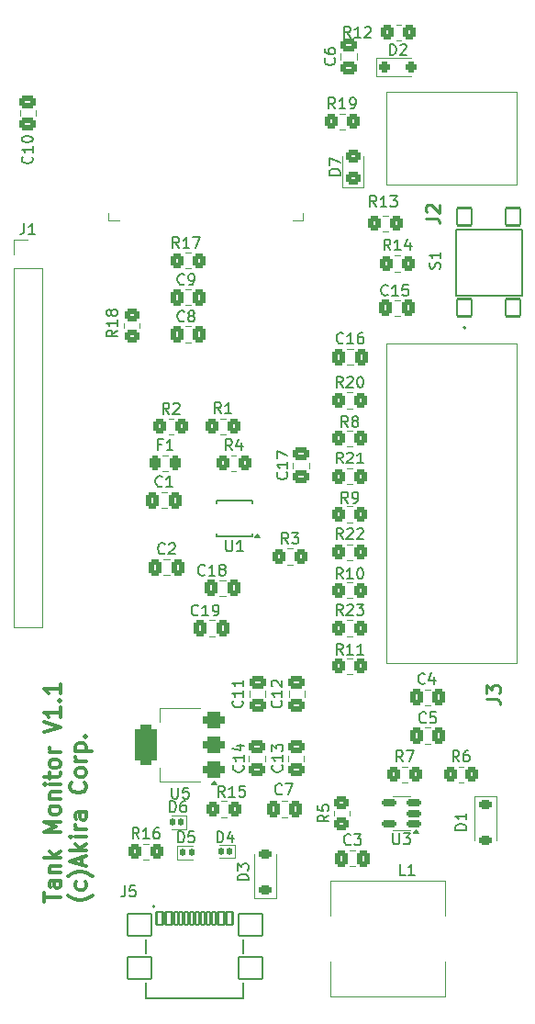
<source format=gto>
%TF.GenerationSoftware,KiCad,Pcbnew,9.0.4*%
%TF.CreationDate,2025-08-31T12:14:26+02:00*%
%TF.ProjectId,tank_PCB,74616e6b-5f50-4434-922e-6b696361645f,rev?*%
%TF.SameCoordinates,Original*%
%TF.FileFunction,Legend,Top*%
%TF.FilePolarity,Positive*%
%FSLAX46Y46*%
G04 Gerber Fmt 4.6, Leading zero omitted, Abs format (unit mm)*
G04 Created by KiCad (PCBNEW 9.0.4) date 2025-08-31 12:14:26*
%MOMM*%
%LPD*%
G01*
G04 APERTURE LIST*
G04 Aperture macros list*
%AMRoundRect*
0 Rectangle with rounded corners*
0 $1 Rounding radius*
0 $2 $3 $4 $5 $6 $7 $8 $9 X,Y pos of 4 corners*
0 Add a 4 corners polygon primitive as box body*
4,1,4,$2,$3,$4,$5,$6,$7,$8,$9,$2,$3,0*
0 Add four circle primitives for the rounded corners*
1,1,$1+$1,$2,$3*
1,1,$1+$1,$4,$5*
1,1,$1+$1,$6,$7*
1,1,$1+$1,$8,$9*
0 Add four rect primitives between the rounded corners*
20,1,$1+$1,$2,$3,$4,$5,0*
20,1,$1+$1,$4,$5,$6,$7,0*
20,1,$1+$1,$6,$7,$8,$9,0*
20,1,$1+$1,$8,$9,$2,$3,0*%
G04 Aperture macros list end*
%ADD10C,0.300000*%
%ADD11C,0.150000*%
%ADD12C,0.254000*%
%ADD13C,0.120000*%
%ADD14C,0.100000*%
%ADD15C,0.127000*%
%ADD16C,0.200000*%
%ADD17RoundRect,0.250000X0.350000X0.450000X-0.350000X0.450000X-0.350000X-0.450000X0.350000X-0.450000X0*%
%ADD18RoundRect,0.250000X-0.350000X-0.450000X0.350000X-0.450000X0.350000X0.450000X-0.350000X0.450000X0*%
%ADD19RoundRect,0.250000X-0.475000X0.337500X-0.475000X-0.337500X0.475000X-0.337500X0.475000X0.337500X0*%
%ADD20RoundRect,0.250000X-0.337500X-0.475000X0.337500X-0.475000X0.337500X0.475000X-0.337500X0.475000X0*%
%ADD21RoundRect,0.250000X0.337500X0.475000X-0.337500X0.475000X-0.337500X-0.475000X0.337500X-0.475000X0*%
%ADD22C,2.500000*%
%ADD23RoundRect,0.125000X0.125000X0.225000X-0.125000X0.225000X-0.125000X-0.225000X0.125000X-0.225000X0*%
%ADD24R,2.700000X3.600000*%
%ADD25RoundRect,0.225000X-0.375000X0.225000X-0.375000X-0.225000X0.375000X-0.225000X0.375000X0.225000X0*%
%ADD26R,1.100000X0.250000*%
%ADD27C,1.500000*%
%ADD28RoundRect,0.250000X-0.250000X-0.250000X0.250000X-0.250000X0.250000X0.250000X-0.250000X0.250000X0*%
%ADD29RoundRect,0.150000X0.512500X0.150000X-0.512500X0.150000X-0.512500X-0.150000X0.512500X-0.150000X0*%
%ADD30RoundRect,0.102000X0.700000X-0.800000X0.700000X0.800000X-0.700000X0.800000X-0.700000X-0.800000X0*%
%ADD31RoundRect,0.250000X0.475000X-0.337500X0.475000X0.337500X-0.475000X0.337500X-0.475000X-0.337500X0*%
%ADD32RoundRect,0.243750X-0.243750X-0.456250X0.243750X-0.456250X0.243750X0.456250X-0.243750X0.456250X0*%
%ADD33RoundRect,0.125000X-0.125000X-0.225000X0.125000X-0.225000X0.125000X0.225000X-0.125000X0.225000X0*%
%ADD34RoundRect,0.250000X-0.450000X0.350000X-0.450000X-0.350000X0.450000X-0.350000X0.450000X0.350000X0*%
%ADD35RoundRect,0.225000X0.375000X-0.225000X0.375000X0.225000X-0.375000X0.225000X-0.375000X-0.225000X0*%
%ADD36C,0.650000*%
%ADD37RoundRect,0.102000X-0.300000X-0.575000X0.300000X-0.575000X0.300000X0.575000X-0.300000X0.575000X0*%
%ADD38RoundRect,0.102000X-0.150000X-0.575000X0.150000X-0.575000X0.150000X0.575000X-0.150000X0.575000X0*%
%ADD39RoundRect,0.102000X-1.090000X-1.000000X1.090000X-1.000000X1.090000X1.000000X-1.090000X1.000000X0*%
%ADD40R,1.500000X0.900000*%
%ADD41R,0.800000X0.800000*%
%ADD42R,1.500000X1.500000*%
%ADD43R,1.700000X1.700000*%
%ADD44O,1.700000X1.700000*%
%ADD45RoundRect,0.250000X0.450000X-0.325000X0.450000X0.325000X-0.450000X0.325000X-0.450000X-0.325000X0*%
%ADD46RoundRect,0.250000X0.450000X-0.350000X0.450000X0.350000X-0.450000X0.350000X-0.450000X-0.350000X0*%
%ADD47RoundRect,0.375000X0.625000X0.375000X-0.625000X0.375000X-0.625000X-0.375000X0.625000X-0.375000X0*%
%ADD48RoundRect,0.500000X0.500000X1.400000X-0.500000X1.400000X-0.500000X-1.400000X0.500000X-1.400000X0*%
G04 APERTURE END LIST*
D10*
X64485912Y-171959774D02*
X64485912Y-171102632D01*
X65985912Y-171531203D02*
X64485912Y-171531203D01*
X65985912Y-169959775D02*
X65200198Y-169959775D01*
X65200198Y-169959775D02*
X65057341Y-170031203D01*
X65057341Y-170031203D02*
X64985912Y-170174060D01*
X64985912Y-170174060D02*
X64985912Y-170459775D01*
X64985912Y-170459775D02*
X65057341Y-170602632D01*
X65914484Y-169959775D02*
X65985912Y-170102632D01*
X65985912Y-170102632D02*
X65985912Y-170459775D01*
X65985912Y-170459775D02*
X65914484Y-170602632D01*
X65914484Y-170602632D02*
X65771626Y-170674060D01*
X65771626Y-170674060D02*
X65628769Y-170674060D01*
X65628769Y-170674060D02*
X65485912Y-170602632D01*
X65485912Y-170602632D02*
X65414484Y-170459775D01*
X65414484Y-170459775D02*
X65414484Y-170102632D01*
X65414484Y-170102632D02*
X65343055Y-169959775D01*
X64985912Y-169245489D02*
X65985912Y-169245489D01*
X65128769Y-169245489D02*
X65057341Y-169174060D01*
X65057341Y-169174060D02*
X64985912Y-169031203D01*
X64985912Y-169031203D02*
X64985912Y-168816917D01*
X64985912Y-168816917D02*
X65057341Y-168674060D01*
X65057341Y-168674060D02*
X65200198Y-168602632D01*
X65200198Y-168602632D02*
X65985912Y-168602632D01*
X65985912Y-167888346D02*
X64485912Y-167888346D01*
X65414484Y-167745489D02*
X65985912Y-167316917D01*
X64985912Y-167316917D02*
X65557341Y-167888346D01*
X65985912Y-165531203D02*
X64485912Y-165531203D01*
X64485912Y-165531203D02*
X65557341Y-165031203D01*
X65557341Y-165031203D02*
X64485912Y-164531203D01*
X64485912Y-164531203D02*
X65985912Y-164531203D01*
X65985912Y-163602631D02*
X65914484Y-163745488D01*
X65914484Y-163745488D02*
X65843055Y-163816917D01*
X65843055Y-163816917D02*
X65700198Y-163888345D01*
X65700198Y-163888345D02*
X65271626Y-163888345D01*
X65271626Y-163888345D02*
X65128769Y-163816917D01*
X65128769Y-163816917D02*
X65057341Y-163745488D01*
X65057341Y-163745488D02*
X64985912Y-163602631D01*
X64985912Y-163602631D02*
X64985912Y-163388345D01*
X64985912Y-163388345D02*
X65057341Y-163245488D01*
X65057341Y-163245488D02*
X65128769Y-163174060D01*
X65128769Y-163174060D02*
X65271626Y-163102631D01*
X65271626Y-163102631D02*
X65700198Y-163102631D01*
X65700198Y-163102631D02*
X65843055Y-163174060D01*
X65843055Y-163174060D02*
X65914484Y-163245488D01*
X65914484Y-163245488D02*
X65985912Y-163388345D01*
X65985912Y-163388345D02*
X65985912Y-163602631D01*
X64985912Y-162459774D02*
X65985912Y-162459774D01*
X65128769Y-162459774D02*
X65057341Y-162388345D01*
X65057341Y-162388345D02*
X64985912Y-162245488D01*
X64985912Y-162245488D02*
X64985912Y-162031202D01*
X64985912Y-162031202D02*
X65057341Y-161888345D01*
X65057341Y-161888345D02*
X65200198Y-161816917D01*
X65200198Y-161816917D02*
X65985912Y-161816917D01*
X65985912Y-161102631D02*
X64985912Y-161102631D01*
X64485912Y-161102631D02*
X64557341Y-161174059D01*
X64557341Y-161174059D02*
X64628769Y-161102631D01*
X64628769Y-161102631D02*
X64557341Y-161031202D01*
X64557341Y-161031202D02*
X64485912Y-161102631D01*
X64485912Y-161102631D02*
X64628769Y-161102631D01*
X64985912Y-160602630D02*
X64985912Y-160031202D01*
X64485912Y-160388345D02*
X65771626Y-160388345D01*
X65771626Y-160388345D02*
X65914484Y-160316916D01*
X65914484Y-160316916D02*
X65985912Y-160174059D01*
X65985912Y-160174059D02*
X65985912Y-160031202D01*
X65985912Y-159316916D02*
X65914484Y-159459773D01*
X65914484Y-159459773D02*
X65843055Y-159531202D01*
X65843055Y-159531202D02*
X65700198Y-159602630D01*
X65700198Y-159602630D02*
X65271626Y-159602630D01*
X65271626Y-159602630D02*
X65128769Y-159531202D01*
X65128769Y-159531202D02*
X65057341Y-159459773D01*
X65057341Y-159459773D02*
X64985912Y-159316916D01*
X64985912Y-159316916D02*
X64985912Y-159102630D01*
X64985912Y-159102630D02*
X65057341Y-158959773D01*
X65057341Y-158959773D02*
X65128769Y-158888345D01*
X65128769Y-158888345D02*
X65271626Y-158816916D01*
X65271626Y-158816916D02*
X65700198Y-158816916D01*
X65700198Y-158816916D02*
X65843055Y-158888345D01*
X65843055Y-158888345D02*
X65914484Y-158959773D01*
X65914484Y-158959773D02*
X65985912Y-159102630D01*
X65985912Y-159102630D02*
X65985912Y-159316916D01*
X65985912Y-158174059D02*
X64985912Y-158174059D01*
X65271626Y-158174059D02*
X65128769Y-158102630D01*
X65128769Y-158102630D02*
X65057341Y-158031202D01*
X65057341Y-158031202D02*
X64985912Y-157888344D01*
X64985912Y-157888344D02*
X64985912Y-157745487D01*
X64485912Y-156316916D02*
X65985912Y-155816916D01*
X65985912Y-155816916D02*
X64485912Y-155316916D01*
X65985912Y-154031202D02*
X65985912Y-154888345D01*
X65985912Y-154459774D02*
X64485912Y-154459774D01*
X64485912Y-154459774D02*
X64700198Y-154602631D01*
X64700198Y-154602631D02*
X64843055Y-154745488D01*
X64843055Y-154745488D02*
X64914484Y-154888345D01*
X65843055Y-153388346D02*
X65914484Y-153316917D01*
X65914484Y-153316917D02*
X65985912Y-153388346D01*
X65985912Y-153388346D02*
X65914484Y-153459774D01*
X65914484Y-153459774D02*
X65843055Y-153388346D01*
X65843055Y-153388346D02*
X65985912Y-153388346D01*
X65985912Y-151888345D02*
X65985912Y-152745488D01*
X65985912Y-152316917D02*
X64485912Y-152316917D01*
X64485912Y-152316917D02*
X64700198Y-152459774D01*
X64700198Y-152459774D02*
X64843055Y-152602631D01*
X64843055Y-152602631D02*
X64914484Y-152745488D01*
X68972257Y-171316917D02*
X68900828Y-171388346D01*
X68900828Y-171388346D02*
X68686542Y-171531203D01*
X68686542Y-171531203D02*
X68543685Y-171602632D01*
X68543685Y-171602632D02*
X68329400Y-171674060D01*
X68329400Y-171674060D02*
X67972257Y-171745489D01*
X67972257Y-171745489D02*
X67686542Y-171745489D01*
X67686542Y-171745489D02*
X67329400Y-171674060D01*
X67329400Y-171674060D02*
X67115114Y-171602632D01*
X67115114Y-171602632D02*
X66972257Y-171531203D01*
X66972257Y-171531203D02*
X66757971Y-171388346D01*
X66757971Y-171388346D02*
X66686542Y-171316917D01*
X68329400Y-170102632D02*
X68400828Y-170245489D01*
X68400828Y-170245489D02*
X68400828Y-170531203D01*
X68400828Y-170531203D02*
X68329400Y-170674060D01*
X68329400Y-170674060D02*
X68257971Y-170745489D01*
X68257971Y-170745489D02*
X68115114Y-170816917D01*
X68115114Y-170816917D02*
X67686542Y-170816917D01*
X67686542Y-170816917D02*
X67543685Y-170745489D01*
X67543685Y-170745489D02*
X67472257Y-170674060D01*
X67472257Y-170674060D02*
X67400828Y-170531203D01*
X67400828Y-170531203D02*
X67400828Y-170245489D01*
X67400828Y-170245489D02*
X67472257Y-170102632D01*
X68972257Y-169602632D02*
X68900828Y-169531203D01*
X68900828Y-169531203D02*
X68686542Y-169388346D01*
X68686542Y-169388346D02*
X68543685Y-169316918D01*
X68543685Y-169316918D02*
X68329400Y-169245489D01*
X68329400Y-169245489D02*
X67972257Y-169174060D01*
X67972257Y-169174060D02*
X67686542Y-169174060D01*
X67686542Y-169174060D02*
X67329400Y-169245489D01*
X67329400Y-169245489D02*
X67115114Y-169316918D01*
X67115114Y-169316918D02*
X66972257Y-169388346D01*
X66972257Y-169388346D02*
X66757971Y-169531203D01*
X66757971Y-169531203D02*
X66686542Y-169602632D01*
X67972257Y-168531203D02*
X67972257Y-167816918D01*
X68400828Y-168674060D02*
X66900828Y-168174060D01*
X66900828Y-168174060D02*
X68400828Y-167674060D01*
X68400828Y-167174061D02*
X66900828Y-167174061D01*
X67829400Y-167031204D02*
X68400828Y-166602632D01*
X67400828Y-166602632D02*
X67972257Y-167174061D01*
X68400828Y-165959775D02*
X67400828Y-165959775D01*
X66900828Y-165959775D02*
X66972257Y-166031203D01*
X66972257Y-166031203D02*
X67043685Y-165959775D01*
X67043685Y-165959775D02*
X66972257Y-165888346D01*
X66972257Y-165888346D02*
X66900828Y-165959775D01*
X66900828Y-165959775D02*
X67043685Y-165959775D01*
X68400828Y-165245489D02*
X67400828Y-165245489D01*
X67686542Y-165245489D02*
X67543685Y-165174060D01*
X67543685Y-165174060D02*
X67472257Y-165102632D01*
X67472257Y-165102632D02*
X67400828Y-164959774D01*
X67400828Y-164959774D02*
X67400828Y-164816917D01*
X68400828Y-163674061D02*
X67615114Y-163674061D01*
X67615114Y-163674061D02*
X67472257Y-163745489D01*
X67472257Y-163745489D02*
X67400828Y-163888346D01*
X67400828Y-163888346D02*
X67400828Y-164174061D01*
X67400828Y-164174061D02*
X67472257Y-164316918D01*
X68329400Y-163674061D02*
X68400828Y-163816918D01*
X68400828Y-163816918D02*
X68400828Y-164174061D01*
X68400828Y-164174061D02*
X68329400Y-164316918D01*
X68329400Y-164316918D02*
X68186542Y-164388346D01*
X68186542Y-164388346D02*
X68043685Y-164388346D01*
X68043685Y-164388346D02*
X67900828Y-164316918D01*
X67900828Y-164316918D02*
X67829400Y-164174061D01*
X67829400Y-164174061D02*
X67829400Y-163816918D01*
X67829400Y-163816918D02*
X67757971Y-163674061D01*
X68257971Y-160959775D02*
X68329400Y-161031203D01*
X68329400Y-161031203D02*
X68400828Y-161245489D01*
X68400828Y-161245489D02*
X68400828Y-161388346D01*
X68400828Y-161388346D02*
X68329400Y-161602632D01*
X68329400Y-161602632D02*
X68186542Y-161745489D01*
X68186542Y-161745489D02*
X68043685Y-161816918D01*
X68043685Y-161816918D02*
X67757971Y-161888346D01*
X67757971Y-161888346D02*
X67543685Y-161888346D01*
X67543685Y-161888346D02*
X67257971Y-161816918D01*
X67257971Y-161816918D02*
X67115114Y-161745489D01*
X67115114Y-161745489D02*
X66972257Y-161602632D01*
X66972257Y-161602632D02*
X66900828Y-161388346D01*
X66900828Y-161388346D02*
X66900828Y-161245489D01*
X66900828Y-161245489D02*
X66972257Y-161031203D01*
X66972257Y-161031203D02*
X67043685Y-160959775D01*
X68400828Y-160102632D02*
X68329400Y-160245489D01*
X68329400Y-160245489D02*
X68257971Y-160316918D01*
X68257971Y-160316918D02*
X68115114Y-160388346D01*
X68115114Y-160388346D02*
X67686542Y-160388346D01*
X67686542Y-160388346D02*
X67543685Y-160316918D01*
X67543685Y-160316918D02*
X67472257Y-160245489D01*
X67472257Y-160245489D02*
X67400828Y-160102632D01*
X67400828Y-160102632D02*
X67400828Y-159888346D01*
X67400828Y-159888346D02*
X67472257Y-159745489D01*
X67472257Y-159745489D02*
X67543685Y-159674061D01*
X67543685Y-159674061D02*
X67686542Y-159602632D01*
X67686542Y-159602632D02*
X68115114Y-159602632D01*
X68115114Y-159602632D02*
X68257971Y-159674061D01*
X68257971Y-159674061D02*
X68329400Y-159745489D01*
X68329400Y-159745489D02*
X68400828Y-159888346D01*
X68400828Y-159888346D02*
X68400828Y-160102632D01*
X68400828Y-158959775D02*
X67400828Y-158959775D01*
X67686542Y-158959775D02*
X67543685Y-158888346D01*
X67543685Y-158888346D02*
X67472257Y-158816918D01*
X67472257Y-158816918D02*
X67400828Y-158674060D01*
X67400828Y-158674060D02*
X67400828Y-158531203D01*
X67400828Y-158031204D02*
X68900828Y-158031204D01*
X67472257Y-158031204D02*
X67400828Y-157888347D01*
X67400828Y-157888347D02*
X67400828Y-157602632D01*
X67400828Y-157602632D02*
X67472257Y-157459775D01*
X67472257Y-157459775D02*
X67543685Y-157388347D01*
X67543685Y-157388347D02*
X67686542Y-157316918D01*
X67686542Y-157316918D02*
X68115114Y-157316918D01*
X68115114Y-157316918D02*
X68257971Y-157388347D01*
X68257971Y-157388347D02*
X68329400Y-157459775D01*
X68329400Y-157459775D02*
X68400828Y-157602632D01*
X68400828Y-157602632D02*
X68400828Y-157888347D01*
X68400828Y-157888347D02*
X68329400Y-158031204D01*
X68257971Y-156674061D02*
X68329400Y-156602632D01*
X68329400Y-156602632D02*
X68400828Y-156674061D01*
X68400828Y-156674061D02*
X68329400Y-156745489D01*
X68329400Y-156745489D02*
X68257971Y-156674061D01*
X68257971Y-156674061D02*
X68400828Y-156674061D01*
D11*
X92057142Y-149154819D02*
X91723809Y-148678628D01*
X91485714Y-149154819D02*
X91485714Y-148154819D01*
X91485714Y-148154819D02*
X91866666Y-148154819D01*
X91866666Y-148154819D02*
X91961904Y-148202438D01*
X91961904Y-148202438D02*
X92009523Y-148250057D01*
X92009523Y-148250057D02*
X92057142Y-148345295D01*
X92057142Y-148345295D02*
X92057142Y-148488152D01*
X92057142Y-148488152D02*
X92009523Y-148583390D01*
X92009523Y-148583390D02*
X91961904Y-148631009D01*
X91961904Y-148631009D02*
X91866666Y-148678628D01*
X91866666Y-148678628D02*
X91485714Y-148678628D01*
X93009523Y-149154819D02*
X92438095Y-149154819D01*
X92723809Y-149154819D02*
X92723809Y-148154819D01*
X92723809Y-148154819D02*
X92628571Y-148297676D01*
X92628571Y-148297676D02*
X92533333Y-148392914D01*
X92533333Y-148392914D02*
X92438095Y-148440533D01*
X93961904Y-149154819D02*
X93390476Y-149154819D01*
X93676190Y-149154819D02*
X93676190Y-148154819D01*
X93676190Y-148154819D02*
X93580952Y-148297676D01*
X93580952Y-148297676D02*
X93485714Y-148392914D01*
X93485714Y-148392914D02*
X93390476Y-148440533D01*
X91357142Y-98804819D02*
X91023809Y-98328628D01*
X90785714Y-98804819D02*
X90785714Y-97804819D01*
X90785714Y-97804819D02*
X91166666Y-97804819D01*
X91166666Y-97804819D02*
X91261904Y-97852438D01*
X91261904Y-97852438D02*
X91309523Y-97900057D01*
X91309523Y-97900057D02*
X91357142Y-97995295D01*
X91357142Y-97995295D02*
X91357142Y-98138152D01*
X91357142Y-98138152D02*
X91309523Y-98233390D01*
X91309523Y-98233390D02*
X91261904Y-98281009D01*
X91261904Y-98281009D02*
X91166666Y-98328628D01*
X91166666Y-98328628D02*
X90785714Y-98328628D01*
X92309523Y-98804819D02*
X91738095Y-98804819D01*
X92023809Y-98804819D02*
X92023809Y-97804819D01*
X92023809Y-97804819D02*
X91928571Y-97947676D01*
X91928571Y-97947676D02*
X91833333Y-98042914D01*
X91833333Y-98042914D02*
X91738095Y-98090533D01*
X92785714Y-98804819D02*
X92976190Y-98804819D01*
X92976190Y-98804819D02*
X93071428Y-98757200D01*
X93071428Y-98757200D02*
X93119047Y-98709580D01*
X93119047Y-98709580D02*
X93214285Y-98566723D01*
X93214285Y-98566723D02*
X93261904Y-98376247D01*
X93261904Y-98376247D02*
X93261904Y-97995295D01*
X93261904Y-97995295D02*
X93214285Y-97900057D01*
X93214285Y-97900057D02*
X93166666Y-97852438D01*
X93166666Y-97852438D02*
X93071428Y-97804819D01*
X93071428Y-97804819D02*
X92880952Y-97804819D01*
X92880952Y-97804819D02*
X92785714Y-97852438D01*
X92785714Y-97852438D02*
X92738095Y-97900057D01*
X92738095Y-97900057D02*
X92690476Y-97995295D01*
X92690476Y-97995295D02*
X92690476Y-98233390D01*
X92690476Y-98233390D02*
X92738095Y-98328628D01*
X92738095Y-98328628D02*
X92785714Y-98376247D01*
X92785714Y-98376247D02*
X92880952Y-98423866D01*
X92880952Y-98423866D02*
X93071428Y-98423866D01*
X93071428Y-98423866D02*
X93166666Y-98376247D01*
X93166666Y-98376247D02*
X93214285Y-98328628D01*
X93214285Y-98328628D02*
X93261904Y-98233390D01*
X63359580Y-103242857D02*
X63407200Y-103290476D01*
X63407200Y-103290476D02*
X63454819Y-103433333D01*
X63454819Y-103433333D02*
X63454819Y-103528571D01*
X63454819Y-103528571D02*
X63407200Y-103671428D01*
X63407200Y-103671428D02*
X63311961Y-103766666D01*
X63311961Y-103766666D02*
X63216723Y-103814285D01*
X63216723Y-103814285D02*
X63026247Y-103861904D01*
X63026247Y-103861904D02*
X62883390Y-103861904D01*
X62883390Y-103861904D02*
X62692914Y-103814285D01*
X62692914Y-103814285D02*
X62597676Y-103766666D01*
X62597676Y-103766666D02*
X62502438Y-103671428D01*
X62502438Y-103671428D02*
X62454819Y-103528571D01*
X62454819Y-103528571D02*
X62454819Y-103433333D01*
X62454819Y-103433333D02*
X62502438Y-103290476D01*
X62502438Y-103290476D02*
X62550057Y-103242857D01*
X63454819Y-102290476D02*
X63454819Y-102861904D01*
X63454819Y-102576190D02*
X62454819Y-102576190D01*
X62454819Y-102576190D02*
X62597676Y-102671428D01*
X62597676Y-102671428D02*
X62692914Y-102766666D01*
X62692914Y-102766666D02*
X62740533Y-102861904D01*
X62454819Y-101671428D02*
X62454819Y-101576190D01*
X62454819Y-101576190D02*
X62502438Y-101480952D01*
X62502438Y-101480952D02*
X62550057Y-101433333D01*
X62550057Y-101433333D02*
X62645295Y-101385714D01*
X62645295Y-101385714D02*
X62835771Y-101338095D01*
X62835771Y-101338095D02*
X63073866Y-101338095D01*
X63073866Y-101338095D02*
X63264342Y-101385714D01*
X63264342Y-101385714D02*
X63359580Y-101433333D01*
X63359580Y-101433333D02*
X63407200Y-101480952D01*
X63407200Y-101480952D02*
X63454819Y-101576190D01*
X63454819Y-101576190D02*
X63454819Y-101671428D01*
X63454819Y-101671428D02*
X63407200Y-101766666D01*
X63407200Y-101766666D02*
X63359580Y-101814285D01*
X63359580Y-101814285D02*
X63264342Y-101861904D01*
X63264342Y-101861904D02*
X63073866Y-101909523D01*
X63073866Y-101909523D02*
X62835771Y-101909523D01*
X62835771Y-101909523D02*
X62645295Y-101861904D01*
X62645295Y-101861904D02*
X62550057Y-101814285D01*
X62550057Y-101814285D02*
X62502438Y-101766666D01*
X62502438Y-101766666D02*
X62454819Y-101671428D01*
X86359580Y-153405357D02*
X86407200Y-153452976D01*
X86407200Y-153452976D02*
X86454819Y-153595833D01*
X86454819Y-153595833D02*
X86454819Y-153691071D01*
X86454819Y-153691071D02*
X86407200Y-153833928D01*
X86407200Y-153833928D02*
X86311961Y-153929166D01*
X86311961Y-153929166D02*
X86216723Y-153976785D01*
X86216723Y-153976785D02*
X86026247Y-154024404D01*
X86026247Y-154024404D02*
X85883390Y-154024404D01*
X85883390Y-154024404D02*
X85692914Y-153976785D01*
X85692914Y-153976785D02*
X85597676Y-153929166D01*
X85597676Y-153929166D02*
X85502438Y-153833928D01*
X85502438Y-153833928D02*
X85454819Y-153691071D01*
X85454819Y-153691071D02*
X85454819Y-153595833D01*
X85454819Y-153595833D02*
X85502438Y-153452976D01*
X85502438Y-153452976D02*
X85550057Y-153405357D01*
X86454819Y-152452976D02*
X86454819Y-153024404D01*
X86454819Y-152738690D02*
X85454819Y-152738690D01*
X85454819Y-152738690D02*
X85597676Y-152833928D01*
X85597676Y-152833928D02*
X85692914Y-152929166D01*
X85692914Y-152929166D02*
X85740533Y-153024404D01*
X85550057Y-152072023D02*
X85502438Y-152024404D01*
X85502438Y-152024404D02*
X85454819Y-151929166D01*
X85454819Y-151929166D02*
X85454819Y-151691071D01*
X85454819Y-151691071D02*
X85502438Y-151595833D01*
X85502438Y-151595833D02*
X85550057Y-151548214D01*
X85550057Y-151548214D02*
X85645295Y-151500595D01*
X85645295Y-151500595D02*
X85740533Y-151500595D01*
X85740533Y-151500595D02*
X85883390Y-151548214D01*
X85883390Y-151548214D02*
X86454819Y-152119642D01*
X86454819Y-152119642D02*
X86454819Y-151500595D01*
X92094642Y-120379580D02*
X92047023Y-120427200D01*
X92047023Y-120427200D02*
X91904166Y-120474819D01*
X91904166Y-120474819D02*
X91808928Y-120474819D01*
X91808928Y-120474819D02*
X91666071Y-120427200D01*
X91666071Y-120427200D02*
X91570833Y-120331961D01*
X91570833Y-120331961D02*
X91523214Y-120236723D01*
X91523214Y-120236723D02*
X91475595Y-120046247D01*
X91475595Y-120046247D02*
X91475595Y-119903390D01*
X91475595Y-119903390D02*
X91523214Y-119712914D01*
X91523214Y-119712914D02*
X91570833Y-119617676D01*
X91570833Y-119617676D02*
X91666071Y-119522438D01*
X91666071Y-119522438D02*
X91808928Y-119474819D01*
X91808928Y-119474819D02*
X91904166Y-119474819D01*
X91904166Y-119474819D02*
X92047023Y-119522438D01*
X92047023Y-119522438D02*
X92094642Y-119570057D01*
X93047023Y-120474819D02*
X92475595Y-120474819D01*
X92761309Y-120474819D02*
X92761309Y-119474819D01*
X92761309Y-119474819D02*
X92666071Y-119617676D01*
X92666071Y-119617676D02*
X92570833Y-119712914D01*
X92570833Y-119712914D02*
X92475595Y-119760533D01*
X93904166Y-119474819D02*
X93713690Y-119474819D01*
X93713690Y-119474819D02*
X93618452Y-119522438D01*
X93618452Y-119522438D02*
X93570833Y-119570057D01*
X93570833Y-119570057D02*
X93475595Y-119712914D01*
X93475595Y-119712914D02*
X93427976Y-119903390D01*
X93427976Y-119903390D02*
X93427976Y-120284342D01*
X93427976Y-120284342D02*
X93475595Y-120379580D01*
X93475595Y-120379580D02*
X93523214Y-120427200D01*
X93523214Y-120427200D02*
X93618452Y-120474819D01*
X93618452Y-120474819D02*
X93808928Y-120474819D01*
X93808928Y-120474819D02*
X93904166Y-120427200D01*
X93904166Y-120427200D02*
X93951785Y-120379580D01*
X93951785Y-120379580D02*
X93999404Y-120284342D01*
X93999404Y-120284342D02*
X93999404Y-120046247D01*
X93999404Y-120046247D02*
X93951785Y-119951009D01*
X93951785Y-119951009D02*
X93904166Y-119903390D01*
X93904166Y-119903390D02*
X93808928Y-119855771D01*
X93808928Y-119855771D02*
X93618452Y-119855771D01*
X93618452Y-119855771D02*
X93523214Y-119903390D01*
X93523214Y-119903390D02*
X93475595Y-119951009D01*
X93475595Y-119951009D02*
X93427976Y-120046247D01*
X99733333Y-155359580D02*
X99685714Y-155407200D01*
X99685714Y-155407200D02*
X99542857Y-155454819D01*
X99542857Y-155454819D02*
X99447619Y-155454819D01*
X99447619Y-155454819D02*
X99304762Y-155407200D01*
X99304762Y-155407200D02*
X99209524Y-155311961D01*
X99209524Y-155311961D02*
X99161905Y-155216723D01*
X99161905Y-155216723D02*
X99114286Y-155026247D01*
X99114286Y-155026247D02*
X99114286Y-154883390D01*
X99114286Y-154883390D02*
X99161905Y-154692914D01*
X99161905Y-154692914D02*
X99209524Y-154597676D01*
X99209524Y-154597676D02*
X99304762Y-154502438D01*
X99304762Y-154502438D02*
X99447619Y-154454819D01*
X99447619Y-154454819D02*
X99542857Y-154454819D01*
X99542857Y-154454819D02*
X99685714Y-154502438D01*
X99685714Y-154502438D02*
X99733333Y-154550057D01*
X100638095Y-154454819D02*
X100161905Y-154454819D01*
X100161905Y-154454819D02*
X100114286Y-154931009D01*
X100114286Y-154931009D02*
X100161905Y-154883390D01*
X100161905Y-154883390D02*
X100257143Y-154835771D01*
X100257143Y-154835771D02*
X100495238Y-154835771D01*
X100495238Y-154835771D02*
X100590476Y-154883390D01*
X100590476Y-154883390D02*
X100638095Y-154931009D01*
X100638095Y-154931009D02*
X100685714Y-155026247D01*
X100685714Y-155026247D02*
X100685714Y-155264342D01*
X100685714Y-155264342D02*
X100638095Y-155359580D01*
X100638095Y-155359580D02*
X100590476Y-155407200D01*
X100590476Y-155407200D02*
X100495238Y-155454819D01*
X100495238Y-155454819D02*
X100257143Y-155454819D01*
X100257143Y-155454819D02*
X100161905Y-155407200D01*
X100161905Y-155407200D02*
X100114286Y-155359580D01*
X76111905Y-163654819D02*
X76111905Y-162654819D01*
X76111905Y-162654819D02*
X76350000Y-162654819D01*
X76350000Y-162654819D02*
X76492857Y-162702438D01*
X76492857Y-162702438D02*
X76588095Y-162797676D01*
X76588095Y-162797676D02*
X76635714Y-162892914D01*
X76635714Y-162892914D02*
X76683333Y-163083390D01*
X76683333Y-163083390D02*
X76683333Y-163226247D01*
X76683333Y-163226247D02*
X76635714Y-163416723D01*
X76635714Y-163416723D02*
X76588095Y-163511961D01*
X76588095Y-163511961D02*
X76492857Y-163607200D01*
X76492857Y-163607200D02*
X76350000Y-163654819D01*
X76350000Y-163654819D02*
X76111905Y-163654819D01*
X77540476Y-162654819D02*
X77350000Y-162654819D01*
X77350000Y-162654819D02*
X77254762Y-162702438D01*
X77254762Y-162702438D02*
X77207143Y-162750057D01*
X77207143Y-162750057D02*
X77111905Y-162892914D01*
X77111905Y-162892914D02*
X77064286Y-163083390D01*
X77064286Y-163083390D02*
X77064286Y-163464342D01*
X77064286Y-163464342D02*
X77111905Y-163559580D01*
X77111905Y-163559580D02*
X77159524Y-163607200D01*
X77159524Y-163607200D02*
X77254762Y-163654819D01*
X77254762Y-163654819D02*
X77445238Y-163654819D01*
X77445238Y-163654819D02*
X77540476Y-163607200D01*
X77540476Y-163607200D02*
X77588095Y-163559580D01*
X77588095Y-163559580D02*
X77635714Y-163464342D01*
X77635714Y-163464342D02*
X77635714Y-163226247D01*
X77635714Y-163226247D02*
X77588095Y-163131009D01*
X77588095Y-163131009D02*
X77540476Y-163083390D01*
X77540476Y-163083390D02*
X77445238Y-163035771D01*
X77445238Y-163035771D02*
X77254762Y-163035771D01*
X77254762Y-163035771D02*
X77159524Y-163083390D01*
X77159524Y-163083390D02*
X77111905Y-163131009D01*
X77111905Y-163131009D02*
X77064286Y-163226247D01*
X95157142Y-107854819D02*
X94823809Y-107378628D01*
X94585714Y-107854819D02*
X94585714Y-106854819D01*
X94585714Y-106854819D02*
X94966666Y-106854819D01*
X94966666Y-106854819D02*
X95061904Y-106902438D01*
X95061904Y-106902438D02*
X95109523Y-106950057D01*
X95109523Y-106950057D02*
X95157142Y-107045295D01*
X95157142Y-107045295D02*
X95157142Y-107188152D01*
X95157142Y-107188152D02*
X95109523Y-107283390D01*
X95109523Y-107283390D02*
X95061904Y-107331009D01*
X95061904Y-107331009D02*
X94966666Y-107378628D01*
X94966666Y-107378628D02*
X94585714Y-107378628D01*
X96109523Y-107854819D02*
X95538095Y-107854819D01*
X95823809Y-107854819D02*
X95823809Y-106854819D01*
X95823809Y-106854819D02*
X95728571Y-106997676D01*
X95728571Y-106997676D02*
X95633333Y-107092914D01*
X95633333Y-107092914D02*
X95538095Y-107140533D01*
X96442857Y-106854819D02*
X97061904Y-106854819D01*
X97061904Y-106854819D02*
X96728571Y-107235771D01*
X96728571Y-107235771D02*
X96871428Y-107235771D01*
X96871428Y-107235771D02*
X96966666Y-107283390D01*
X96966666Y-107283390D02*
X97014285Y-107331009D01*
X97014285Y-107331009D02*
X97061904Y-107426247D01*
X97061904Y-107426247D02*
X97061904Y-107664342D01*
X97061904Y-107664342D02*
X97014285Y-107759580D01*
X97014285Y-107759580D02*
X96966666Y-107807200D01*
X96966666Y-107807200D02*
X96871428Y-107854819D01*
X96871428Y-107854819D02*
X96585714Y-107854819D01*
X96585714Y-107854819D02*
X96490476Y-107807200D01*
X96490476Y-107807200D02*
X96442857Y-107759580D01*
X92057142Y-138504819D02*
X91723809Y-138028628D01*
X91485714Y-138504819D02*
X91485714Y-137504819D01*
X91485714Y-137504819D02*
X91866666Y-137504819D01*
X91866666Y-137504819D02*
X91961904Y-137552438D01*
X91961904Y-137552438D02*
X92009523Y-137600057D01*
X92009523Y-137600057D02*
X92057142Y-137695295D01*
X92057142Y-137695295D02*
X92057142Y-137838152D01*
X92057142Y-137838152D02*
X92009523Y-137933390D01*
X92009523Y-137933390D02*
X91961904Y-137981009D01*
X91961904Y-137981009D02*
X91866666Y-138028628D01*
X91866666Y-138028628D02*
X91485714Y-138028628D01*
X92438095Y-137600057D02*
X92485714Y-137552438D01*
X92485714Y-137552438D02*
X92580952Y-137504819D01*
X92580952Y-137504819D02*
X92819047Y-137504819D01*
X92819047Y-137504819D02*
X92914285Y-137552438D01*
X92914285Y-137552438D02*
X92961904Y-137600057D01*
X92961904Y-137600057D02*
X93009523Y-137695295D01*
X93009523Y-137695295D02*
X93009523Y-137790533D01*
X93009523Y-137790533D02*
X92961904Y-137933390D01*
X92961904Y-137933390D02*
X92390476Y-138504819D01*
X92390476Y-138504819D02*
X93009523Y-138504819D01*
X93390476Y-137600057D02*
X93438095Y-137552438D01*
X93438095Y-137552438D02*
X93533333Y-137504819D01*
X93533333Y-137504819D02*
X93771428Y-137504819D01*
X93771428Y-137504819D02*
X93866666Y-137552438D01*
X93866666Y-137552438D02*
X93914285Y-137600057D01*
X93914285Y-137600057D02*
X93961904Y-137695295D01*
X93961904Y-137695295D02*
X93961904Y-137790533D01*
X93961904Y-137790533D02*
X93914285Y-137933390D01*
X93914285Y-137933390D02*
X93342857Y-138504819D01*
X93342857Y-138504819D02*
X93961904Y-138504819D01*
X97595833Y-159004819D02*
X97262500Y-158528628D01*
X97024405Y-159004819D02*
X97024405Y-158004819D01*
X97024405Y-158004819D02*
X97405357Y-158004819D01*
X97405357Y-158004819D02*
X97500595Y-158052438D01*
X97500595Y-158052438D02*
X97548214Y-158100057D01*
X97548214Y-158100057D02*
X97595833Y-158195295D01*
X97595833Y-158195295D02*
X97595833Y-158338152D01*
X97595833Y-158338152D02*
X97548214Y-158433390D01*
X97548214Y-158433390D02*
X97500595Y-158481009D01*
X97500595Y-158481009D02*
X97405357Y-158528628D01*
X97405357Y-158528628D02*
X97024405Y-158528628D01*
X97929167Y-158004819D02*
X98595833Y-158004819D01*
X98595833Y-158004819D02*
X98167262Y-159004819D01*
X97833333Y-169454819D02*
X97357143Y-169454819D01*
X97357143Y-169454819D02*
X97357143Y-168454819D01*
X98690476Y-169454819D02*
X98119048Y-169454819D01*
X98404762Y-169454819D02*
X98404762Y-168454819D01*
X98404762Y-168454819D02*
X98309524Y-168597676D01*
X98309524Y-168597676D02*
X98214286Y-168692914D01*
X98214286Y-168692914D02*
X98119048Y-168740533D01*
X75395833Y-133579580D02*
X75348214Y-133627200D01*
X75348214Y-133627200D02*
X75205357Y-133674819D01*
X75205357Y-133674819D02*
X75110119Y-133674819D01*
X75110119Y-133674819D02*
X74967262Y-133627200D01*
X74967262Y-133627200D02*
X74872024Y-133531961D01*
X74872024Y-133531961D02*
X74824405Y-133436723D01*
X74824405Y-133436723D02*
X74776786Y-133246247D01*
X74776786Y-133246247D02*
X74776786Y-133103390D01*
X74776786Y-133103390D02*
X74824405Y-132912914D01*
X74824405Y-132912914D02*
X74872024Y-132817676D01*
X74872024Y-132817676D02*
X74967262Y-132722438D01*
X74967262Y-132722438D02*
X75110119Y-132674819D01*
X75110119Y-132674819D02*
X75205357Y-132674819D01*
X75205357Y-132674819D02*
X75348214Y-132722438D01*
X75348214Y-132722438D02*
X75395833Y-132770057D01*
X76348214Y-133674819D02*
X75776786Y-133674819D01*
X76062500Y-133674819D02*
X76062500Y-132674819D01*
X76062500Y-132674819D02*
X75967262Y-132817676D01*
X75967262Y-132817676D02*
X75872024Y-132912914D01*
X75872024Y-132912914D02*
X75776786Y-132960533D01*
X92057142Y-142154819D02*
X91723809Y-141678628D01*
X91485714Y-142154819D02*
X91485714Y-141154819D01*
X91485714Y-141154819D02*
X91866666Y-141154819D01*
X91866666Y-141154819D02*
X91961904Y-141202438D01*
X91961904Y-141202438D02*
X92009523Y-141250057D01*
X92009523Y-141250057D02*
X92057142Y-141345295D01*
X92057142Y-141345295D02*
X92057142Y-141488152D01*
X92057142Y-141488152D02*
X92009523Y-141583390D01*
X92009523Y-141583390D02*
X91961904Y-141631009D01*
X91961904Y-141631009D02*
X91866666Y-141678628D01*
X91866666Y-141678628D02*
X91485714Y-141678628D01*
X93009523Y-142154819D02*
X92438095Y-142154819D01*
X92723809Y-142154819D02*
X92723809Y-141154819D01*
X92723809Y-141154819D02*
X92628571Y-141297676D01*
X92628571Y-141297676D02*
X92533333Y-141392914D01*
X92533333Y-141392914D02*
X92438095Y-141440533D01*
X93628571Y-141154819D02*
X93723809Y-141154819D01*
X93723809Y-141154819D02*
X93819047Y-141202438D01*
X93819047Y-141202438D02*
X93866666Y-141250057D01*
X93866666Y-141250057D02*
X93914285Y-141345295D01*
X93914285Y-141345295D02*
X93961904Y-141535771D01*
X93961904Y-141535771D02*
X93961904Y-141773866D01*
X93961904Y-141773866D02*
X93914285Y-141964342D01*
X93914285Y-141964342D02*
X93866666Y-142059580D01*
X93866666Y-142059580D02*
X93819047Y-142107200D01*
X93819047Y-142107200D02*
X93723809Y-142154819D01*
X93723809Y-142154819D02*
X93628571Y-142154819D01*
X93628571Y-142154819D02*
X93533333Y-142107200D01*
X93533333Y-142107200D02*
X93485714Y-142059580D01*
X93485714Y-142059580D02*
X93438095Y-141964342D01*
X93438095Y-141964342D02*
X93390476Y-141773866D01*
X93390476Y-141773866D02*
X93390476Y-141535771D01*
X93390476Y-141535771D02*
X93438095Y-141345295D01*
X93438095Y-141345295D02*
X93485714Y-141250057D01*
X93485714Y-141250057D02*
X93533333Y-141202438D01*
X93533333Y-141202438D02*
X93628571Y-141154819D01*
X96457142Y-111854819D02*
X96123809Y-111378628D01*
X95885714Y-111854819D02*
X95885714Y-110854819D01*
X95885714Y-110854819D02*
X96266666Y-110854819D01*
X96266666Y-110854819D02*
X96361904Y-110902438D01*
X96361904Y-110902438D02*
X96409523Y-110950057D01*
X96409523Y-110950057D02*
X96457142Y-111045295D01*
X96457142Y-111045295D02*
X96457142Y-111188152D01*
X96457142Y-111188152D02*
X96409523Y-111283390D01*
X96409523Y-111283390D02*
X96361904Y-111331009D01*
X96361904Y-111331009D02*
X96266666Y-111378628D01*
X96266666Y-111378628D02*
X95885714Y-111378628D01*
X97409523Y-111854819D02*
X96838095Y-111854819D01*
X97123809Y-111854819D02*
X97123809Y-110854819D01*
X97123809Y-110854819D02*
X97028571Y-110997676D01*
X97028571Y-110997676D02*
X96933333Y-111092914D01*
X96933333Y-111092914D02*
X96838095Y-111140533D01*
X98266666Y-111188152D02*
X98266666Y-111854819D01*
X98028571Y-110807200D02*
X97790476Y-111521485D01*
X97790476Y-111521485D02*
X98409523Y-111521485D01*
X103454819Y-165313094D02*
X102454819Y-165313094D01*
X102454819Y-165313094D02*
X102454819Y-165074999D01*
X102454819Y-165074999D02*
X102502438Y-164932142D01*
X102502438Y-164932142D02*
X102597676Y-164836904D01*
X102597676Y-164836904D02*
X102692914Y-164789285D01*
X102692914Y-164789285D02*
X102883390Y-164741666D01*
X102883390Y-164741666D02*
X103026247Y-164741666D01*
X103026247Y-164741666D02*
X103216723Y-164789285D01*
X103216723Y-164789285D02*
X103311961Y-164836904D01*
X103311961Y-164836904D02*
X103407200Y-164932142D01*
X103407200Y-164932142D02*
X103454819Y-165074999D01*
X103454819Y-165074999D02*
X103454819Y-165313094D01*
X103454819Y-163789285D02*
X103454819Y-164360713D01*
X103454819Y-164074999D02*
X102454819Y-164074999D01*
X102454819Y-164074999D02*
X102597676Y-164170237D01*
X102597676Y-164170237D02*
X102692914Y-164265475D01*
X102692914Y-164265475D02*
X102740533Y-164360713D01*
X81157142Y-162254819D02*
X80823809Y-161778628D01*
X80585714Y-162254819D02*
X80585714Y-161254819D01*
X80585714Y-161254819D02*
X80966666Y-161254819D01*
X80966666Y-161254819D02*
X81061904Y-161302438D01*
X81061904Y-161302438D02*
X81109523Y-161350057D01*
X81109523Y-161350057D02*
X81157142Y-161445295D01*
X81157142Y-161445295D02*
X81157142Y-161588152D01*
X81157142Y-161588152D02*
X81109523Y-161683390D01*
X81109523Y-161683390D02*
X81061904Y-161731009D01*
X81061904Y-161731009D02*
X80966666Y-161778628D01*
X80966666Y-161778628D02*
X80585714Y-161778628D01*
X82109523Y-162254819D02*
X81538095Y-162254819D01*
X81823809Y-162254819D02*
X81823809Y-161254819D01*
X81823809Y-161254819D02*
X81728571Y-161397676D01*
X81728571Y-161397676D02*
X81633333Y-161492914D01*
X81633333Y-161492914D02*
X81538095Y-161540533D01*
X83014285Y-161254819D02*
X82538095Y-161254819D01*
X82538095Y-161254819D02*
X82490476Y-161731009D01*
X82490476Y-161731009D02*
X82538095Y-161683390D01*
X82538095Y-161683390D02*
X82633333Y-161635771D01*
X82633333Y-161635771D02*
X82871428Y-161635771D01*
X82871428Y-161635771D02*
X82966666Y-161683390D01*
X82966666Y-161683390D02*
X83014285Y-161731009D01*
X83014285Y-161731009D02*
X83061904Y-161826247D01*
X83061904Y-161826247D02*
X83061904Y-162064342D01*
X83061904Y-162064342D02*
X83014285Y-162159580D01*
X83014285Y-162159580D02*
X82966666Y-162207200D01*
X82966666Y-162207200D02*
X82871428Y-162254819D01*
X82871428Y-162254819D02*
X82633333Y-162254819D01*
X82633333Y-162254819D02*
X82538095Y-162207200D01*
X82538095Y-162207200D02*
X82490476Y-162159580D01*
X81288095Y-138604819D02*
X81288095Y-139414342D01*
X81288095Y-139414342D02*
X81335714Y-139509580D01*
X81335714Y-139509580D02*
X81383333Y-139557200D01*
X81383333Y-139557200D02*
X81478571Y-139604819D01*
X81478571Y-139604819D02*
X81669047Y-139604819D01*
X81669047Y-139604819D02*
X81764285Y-139557200D01*
X81764285Y-139557200D02*
X81811904Y-139509580D01*
X81811904Y-139509580D02*
X81859523Y-139414342D01*
X81859523Y-139414342D02*
X81859523Y-138604819D01*
X82859523Y-139604819D02*
X82288095Y-139604819D01*
X82573809Y-139604819D02*
X82573809Y-138604819D01*
X82573809Y-138604819D02*
X82478571Y-138747676D01*
X82478571Y-138747676D02*
X82383333Y-138842914D01*
X82383333Y-138842914D02*
X82288095Y-138890533D01*
D12*
X99704318Y-108923332D02*
X100611461Y-108923332D01*
X100611461Y-108923332D02*
X100792889Y-108983809D01*
X100792889Y-108983809D02*
X100913842Y-109104761D01*
X100913842Y-109104761D02*
X100974318Y-109286190D01*
X100974318Y-109286190D02*
X100974318Y-109407142D01*
X99825270Y-108379047D02*
X99764794Y-108318571D01*
X99764794Y-108318571D02*
X99704318Y-108197618D01*
X99704318Y-108197618D02*
X99704318Y-107895237D01*
X99704318Y-107895237D02*
X99764794Y-107774285D01*
X99764794Y-107774285D02*
X99825270Y-107713809D01*
X99825270Y-107713809D02*
X99946222Y-107653332D01*
X99946222Y-107653332D02*
X100067175Y-107653332D01*
X100067175Y-107653332D02*
X100248603Y-107713809D01*
X100248603Y-107713809D02*
X100974318Y-108439523D01*
X100974318Y-108439523D02*
X100974318Y-107653332D01*
D11*
X81833333Y-130304819D02*
X81500000Y-129828628D01*
X81261905Y-130304819D02*
X81261905Y-129304819D01*
X81261905Y-129304819D02*
X81642857Y-129304819D01*
X81642857Y-129304819D02*
X81738095Y-129352438D01*
X81738095Y-129352438D02*
X81785714Y-129400057D01*
X81785714Y-129400057D02*
X81833333Y-129495295D01*
X81833333Y-129495295D02*
X81833333Y-129638152D01*
X81833333Y-129638152D02*
X81785714Y-129733390D01*
X81785714Y-129733390D02*
X81738095Y-129781009D01*
X81738095Y-129781009D02*
X81642857Y-129828628D01*
X81642857Y-129828628D02*
X81261905Y-129828628D01*
X82690476Y-129638152D02*
X82690476Y-130304819D01*
X82452381Y-129257200D02*
X82214286Y-129971485D01*
X82214286Y-129971485D02*
X82833333Y-129971485D01*
X73257142Y-166104819D02*
X72923809Y-165628628D01*
X72685714Y-166104819D02*
X72685714Y-165104819D01*
X72685714Y-165104819D02*
X73066666Y-165104819D01*
X73066666Y-165104819D02*
X73161904Y-165152438D01*
X73161904Y-165152438D02*
X73209523Y-165200057D01*
X73209523Y-165200057D02*
X73257142Y-165295295D01*
X73257142Y-165295295D02*
X73257142Y-165438152D01*
X73257142Y-165438152D02*
X73209523Y-165533390D01*
X73209523Y-165533390D02*
X73161904Y-165581009D01*
X73161904Y-165581009D02*
X73066666Y-165628628D01*
X73066666Y-165628628D02*
X72685714Y-165628628D01*
X74209523Y-166104819D02*
X73638095Y-166104819D01*
X73923809Y-166104819D02*
X73923809Y-165104819D01*
X73923809Y-165104819D02*
X73828571Y-165247676D01*
X73828571Y-165247676D02*
X73733333Y-165342914D01*
X73733333Y-165342914D02*
X73638095Y-165390533D01*
X75066666Y-165104819D02*
X74876190Y-165104819D01*
X74876190Y-165104819D02*
X74780952Y-165152438D01*
X74780952Y-165152438D02*
X74733333Y-165200057D01*
X74733333Y-165200057D02*
X74638095Y-165342914D01*
X74638095Y-165342914D02*
X74590476Y-165533390D01*
X74590476Y-165533390D02*
X74590476Y-165914342D01*
X74590476Y-165914342D02*
X74638095Y-166009580D01*
X74638095Y-166009580D02*
X74685714Y-166057200D01*
X74685714Y-166057200D02*
X74780952Y-166104819D01*
X74780952Y-166104819D02*
X74971428Y-166104819D01*
X74971428Y-166104819D02*
X75066666Y-166057200D01*
X75066666Y-166057200D02*
X75114285Y-166009580D01*
X75114285Y-166009580D02*
X75161904Y-165914342D01*
X75161904Y-165914342D02*
X75161904Y-165676247D01*
X75161904Y-165676247D02*
X75114285Y-165581009D01*
X75114285Y-165581009D02*
X75066666Y-165533390D01*
X75066666Y-165533390D02*
X74971428Y-165485771D01*
X74971428Y-165485771D02*
X74780952Y-165485771D01*
X74780952Y-165485771D02*
X74685714Y-165533390D01*
X74685714Y-165533390D02*
X74638095Y-165581009D01*
X74638095Y-165581009D02*
X74590476Y-165676247D01*
X92533333Y-128154819D02*
X92200000Y-127678628D01*
X91961905Y-128154819D02*
X91961905Y-127154819D01*
X91961905Y-127154819D02*
X92342857Y-127154819D01*
X92342857Y-127154819D02*
X92438095Y-127202438D01*
X92438095Y-127202438D02*
X92485714Y-127250057D01*
X92485714Y-127250057D02*
X92533333Y-127345295D01*
X92533333Y-127345295D02*
X92533333Y-127488152D01*
X92533333Y-127488152D02*
X92485714Y-127583390D01*
X92485714Y-127583390D02*
X92438095Y-127631009D01*
X92438095Y-127631009D02*
X92342857Y-127678628D01*
X92342857Y-127678628D02*
X91961905Y-127678628D01*
X93104762Y-127583390D02*
X93009524Y-127535771D01*
X93009524Y-127535771D02*
X92961905Y-127488152D01*
X92961905Y-127488152D02*
X92914286Y-127392914D01*
X92914286Y-127392914D02*
X92914286Y-127345295D01*
X92914286Y-127345295D02*
X92961905Y-127250057D01*
X92961905Y-127250057D02*
X93009524Y-127202438D01*
X93009524Y-127202438D02*
X93104762Y-127154819D01*
X93104762Y-127154819D02*
X93295238Y-127154819D01*
X93295238Y-127154819D02*
X93390476Y-127202438D01*
X93390476Y-127202438D02*
X93438095Y-127250057D01*
X93438095Y-127250057D02*
X93485714Y-127345295D01*
X93485714Y-127345295D02*
X93485714Y-127392914D01*
X93485714Y-127392914D02*
X93438095Y-127488152D01*
X93438095Y-127488152D02*
X93390476Y-127535771D01*
X93390476Y-127535771D02*
X93295238Y-127583390D01*
X93295238Y-127583390D02*
X93104762Y-127583390D01*
X93104762Y-127583390D02*
X93009524Y-127631009D01*
X93009524Y-127631009D02*
X92961905Y-127678628D01*
X92961905Y-127678628D02*
X92914286Y-127773866D01*
X92914286Y-127773866D02*
X92914286Y-127964342D01*
X92914286Y-127964342D02*
X92961905Y-128059580D01*
X92961905Y-128059580D02*
X93009524Y-128107200D01*
X93009524Y-128107200D02*
X93104762Y-128154819D01*
X93104762Y-128154819D02*
X93295238Y-128154819D01*
X93295238Y-128154819D02*
X93390476Y-128107200D01*
X93390476Y-128107200D02*
X93438095Y-128059580D01*
X93438095Y-128059580D02*
X93485714Y-127964342D01*
X93485714Y-127964342D02*
X93485714Y-127773866D01*
X93485714Y-127773866D02*
X93438095Y-127678628D01*
X93438095Y-127678628D02*
X93390476Y-127631009D01*
X93390476Y-127631009D02*
X93295238Y-127583390D01*
X80833333Y-126904819D02*
X80500000Y-126428628D01*
X80261905Y-126904819D02*
X80261905Y-125904819D01*
X80261905Y-125904819D02*
X80642857Y-125904819D01*
X80642857Y-125904819D02*
X80738095Y-125952438D01*
X80738095Y-125952438D02*
X80785714Y-126000057D01*
X80785714Y-126000057D02*
X80833333Y-126095295D01*
X80833333Y-126095295D02*
X80833333Y-126238152D01*
X80833333Y-126238152D02*
X80785714Y-126333390D01*
X80785714Y-126333390D02*
X80738095Y-126381009D01*
X80738095Y-126381009D02*
X80642857Y-126428628D01*
X80642857Y-126428628D02*
X80261905Y-126428628D01*
X81785714Y-126904819D02*
X81214286Y-126904819D01*
X81500000Y-126904819D02*
X81500000Y-125904819D01*
X81500000Y-125904819D02*
X81404762Y-126047676D01*
X81404762Y-126047676D02*
X81309524Y-126142914D01*
X81309524Y-126142914D02*
X81214286Y-126190533D01*
X96411905Y-93854819D02*
X96411905Y-92854819D01*
X96411905Y-92854819D02*
X96650000Y-92854819D01*
X96650000Y-92854819D02*
X96792857Y-92902438D01*
X96792857Y-92902438D02*
X96888095Y-92997676D01*
X96888095Y-92997676D02*
X96935714Y-93092914D01*
X96935714Y-93092914D02*
X96983333Y-93283390D01*
X96983333Y-93283390D02*
X96983333Y-93426247D01*
X96983333Y-93426247D02*
X96935714Y-93616723D01*
X96935714Y-93616723D02*
X96888095Y-93711961D01*
X96888095Y-93711961D02*
X96792857Y-93807200D01*
X96792857Y-93807200D02*
X96650000Y-93854819D01*
X96650000Y-93854819D02*
X96411905Y-93854819D01*
X97364286Y-92950057D02*
X97411905Y-92902438D01*
X97411905Y-92902438D02*
X97507143Y-92854819D01*
X97507143Y-92854819D02*
X97745238Y-92854819D01*
X97745238Y-92854819D02*
X97840476Y-92902438D01*
X97840476Y-92902438D02*
X97888095Y-92950057D01*
X97888095Y-92950057D02*
X97935714Y-93045295D01*
X97935714Y-93045295D02*
X97935714Y-93140533D01*
X97935714Y-93140533D02*
X97888095Y-93283390D01*
X97888095Y-93283390D02*
X97316667Y-93854819D01*
X97316667Y-93854819D02*
X97935714Y-93854819D01*
X76957142Y-111654819D02*
X76623809Y-111178628D01*
X76385714Y-111654819D02*
X76385714Y-110654819D01*
X76385714Y-110654819D02*
X76766666Y-110654819D01*
X76766666Y-110654819D02*
X76861904Y-110702438D01*
X76861904Y-110702438D02*
X76909523Y-110750057D01*
X76909523Y-110750057D02*
X76957142Y-110845295D01*
X76957142Y-110845295D02*
X76957142Y-110988152D01*
X76957142Y-110988152D02*
X76909523Y-111083390D01*
X76909523Y-111083390D02*
X76861904Y-111131009D01*
X76861904Y-111131009D02*
X76766666Y-111178628D01*
X76766666Y-111178628D02*
X76385714Y-111178628D01*
X77909523Y-111654819D02*
X77338095Y-111654819D01*
X77623809Y-111654819D02*
X77623809Y-110654819D01*
X77623809Y-110654819D02*
X77528571Y-110797676D01*
X77528571Y-110797676D02*
X77433333Y-110892914D01*
X77433333Y-110892914D02*
X77338095Y-110940533D01*
X78242857Y-110654819D02*
X78909523Y-110654819D01*
X78909523Y-110654819D02*
X78480952Y-111654819D01*
X92057142Y-124504819D02*
X91723809Y-124028628D01*
X91485714Y-124504819D02*
X91485714Y-123504819D01*
X91485714Y-123504819D02*
X91866666Y-123504819D01*
X91866666Y-123504819D02*
X91961904Y-123552438D01*
X91961904Y-123552438D02*
X92009523Y-123600057D01*
X92009523Y-123600057D02*
X92057142Y-123695295D01*
X92057142Y-123695295D02*
X92057142Y-123838152D01*
X92057142Y-123838152D02*
X92009523Y-123933390D01*
X92009523Y-123933390D02*
X91961904Y-123981009D01*
X91961904Y-123981009D02*
X91866666Y-124028628D01*
X91866666Y-124028628D02*
X91485714Y-124028628D01*
X92438095Y-123600057D02*
X92485714Y-123552438D01*
X92485714Y-123552438D02*
X92580952Y-123504819D01*
X92580952Y-123504819D02*
X92819047Y-123504819D01*
X92819047Y-123504819D02*
X92914285Y-123552438D01*
X92914285Y-123552438D02*
X92961904Y-123600057D01*
X92961904Y-123600057D02*
X93009523Y-123695295D01*
X93009523Y-123695295D02*
X93009523Y-123790533D01*
X93009523Y-123790533D02*
X92961904Y-123933390D01*
X92961904Y-123933390D02*
X92390476Y-124504819D01*
X92390476Y-124504819D02*
X93009523Y-124504819D01*
X93628571Y-123504819D02*
X93723809Y-123504819D01*
X93723809Y-123504819D02*
X93819047Y-123552438D01*
X93819047Y-123552438D02*
X93866666Y-123600057D01*
X93866666Y-123600057D02*
X93914285Y-123695295D01*
X93914285Y-123695295D02*
X93961904Y-123885771D01*
X93961904Y-123885771D02*
X93961904Y-124123866D01*
X93961904Y-124123866D02*
X93914285Y-124314342D01*
X93914285Y-124314342D02*
X93866666Y-124409580D01*
X93866666Y-124409580D02*
X93819047Y-124457200D01*
X93819047Y-124457200D02*
X93723809Y-124504819D01*
X93723809Y-124504819D02*
X93628571Y-124504819D01*
X93628571Y-124504819D02*
X93533333Y-124457200D01*
X93533333Y-124457200D02*
X93485714Y-124409580D01*
X93485714Y-124409580D02*
X93438095Y-124314342D01*
X93438095Y-124314342D02*
X93390476Y-124123866D01*
X93390476Y-124123866D02*
X93390476Y-123885771D01*
X93390476Y-123885771D02*
X93438095Y-123695295D01*
X93438095Y-123695295D02*
X93485714Y-123600057D01*
X93485714Y-123600057D02*
X93533333Y-123552438D01*
X93533333Y-123552438D02*
X93628571Y-123504819D01*
X77433333Y-114959580D02*
X77385714Y-115007200D01*
X77385714Y-115007200D02*
X77242857Y-115054819D01*
X77242857Y-115054819D02*
X77147619Y-115054819D01*
X77147619Y-115054819D02*
X77004762Y-115007200D01*
X77004762Y-115007200D02*
X76909524Y-114911961D01*
X76909524Y-114911961D02*
X76861905Y-114816723D01*
X76861905Y-114816723D02*
X76814286Y-114626247D01*
X76814286Y-114626247D02*
X76814286Y-114483390D01*
X76814286Y-114483390D02*
X76861905Y-114292914D01*
X76861905Y-114292914D02*
X76909524Y-114197676D01*
X76909524Y-114197676D02*
X77004762Y-114102438D01*
X77004762Y-114102438D02*
X77147619Y-114054819D01*
X77147619Y-114054819D02*
X77242857Y-114054819D01*
X77242857Y-114054819D02*
X77385714Y-114102438D01*
X77385714Y-114102438D02*
X77433333Y-114150057D01*
X77909524Y-115054819D02*
X78100000Y-115054819D01*
X78100000Y-115054819D02*
X78195238Y-115007200D01*
X78195238Y-115007200D02*
X78242857Y-114959580D01*
X78242857Y-114959580D02*
X78338095Y-114816723D01*
X78338095Y-114816723D02*
X78385714Y-114626247D01*
X78385714Y-114626247D02*
X78385714Y-114245295D01*
X78385714Y-114245295D02*
X78338095Y-114150057D01*
X78338095Y-114150057D02*
X78290476Y-114102438D01*
X78290476Y-114102438D02*
X78195238Y-114054819D01*
X78195238Y-114054819D02*
X78004762Y-114054819D01*
X78004762Y-114054819D02*
X77909524Y-114102438D01*
X77909524Y-114102438D02*
X77861905Y-114150057D01*
X77861905Y-114150057D02*
X77814286Y-114245295D01*
X77814286Y-114245295D02*
X77814286Y-114483390D01*
X77814286Y-114483390D02*
X77861905Y-114578628D01*
X77861905Y-114578628D02*
X77909524Y-114626247D01*
X77909524Y-114626247D02*
X78004762Y-114673866D01*
X78004762Y-114673866D02*
X78195238Y-114673866D01*
X78195238Y-114673866D02*
X78290476Y-114626247D01*
X78290476Y-114626247D02*
X78338095Y-114578628D01*
X78338095Y-114578628D02*
X78385714Y-114483390D01*
X96700595Y-165629819D02*
X96700595Y-166439342D01*
X96700595Y-166439342D02*
X96748214Y-166534580D01*
X96748214Y-166534580D02*
X96795833Y-166582200D01*
X96795833Y-166582200D02*
X96891071Y-166629819D01*
X96891071Y-166629819D02*
X97081547Y-166629819D01*
X97081547Y-166629819D02*
X97176785Y-166582200D01*
X97176785Y-166582200D02*
X97224404Y-166534580D01*
X97224404Y-166534580D02*
X97272023Y-166439342D01*
X97272023Y-166439342D02*
X97272023Y-165629819D01*
X97652976Y-165629819D02*
X98272023Y-165629819D01*
X98272023Y-165629819D02*
X97938690Y-166010771D01*
X97938690Y-166010771D02*
X98081547Y-166010771D01*
X98081547Y-166010771D02*
X98176785Y-166058390D01*
X98176785Y-166058390D02*
X98224404Y-166106009D01*
X98224404Y-166106009D02*
X98272023Y-166201247D01*
X98272023Y-166201247D02*
X98272023Y-166439342D01*
X98272023Y-166439342D02*
X98224404Y-166534580D01*
X98224404Y-166534580D02*
X98176785Y-166582200D01*
X98176785Y-166582200D02*
X98081547Y-166629819D01*
X98081547Y-166629819D02*
X97795833Y-166629819D01*
X97795833Y-166629819D02*
X97700595Y-166582200D01*
X97700595Y-166582200D02*
X97652976Y-166534580D01*
X92533333Y-135154819D02*
X92200000Y-134678628D01*
X91961905Y-135154819D02*
X91961905Y-134154819D01*
X91961905Y-134154819D02*
X92342857Y-134154819D01*
X92342857Y-134154819D02*
X92438095Y-134202438D01*
X92438095Y-134202438D02*
X92485714Y-134250057D01*
X92485714Y-134250057D02*
X92533333Y-134345295D01*
X92533333Y-134345295D02*
X92533333Y-134488152D01*
X92533333Y-134488152D02*
X92485714Y-134583390D01*
X92485714Y-134583390D02*
X92438095Y-134631009D01*
X92438095Y-134631009D02*
X92342857Y-134678628D01*
X92342857Y-134678628D02*
X91961905Y-134678628D01*
X93009524Y-135154819D02*
X93200000Y-135154819D01*
X93200000Y-135154819D02*
X93295238Y-135107200D01*
X93295238Y-135107200D02*
X93342857Y-135059580D01*
X93342857Y-135059580D02*
X93438095Y-134916723D01*
X93438095Y-134916723D02*
X93485714Y-134726247D01*
X93485714Y-134726247D02*
X93485714Y-134345295D01*
X93485714Y-134345295D02*
X93438095Y-134250057D01*
X93438095Y-134250057D02*
X93390476Y-134202438D01*
X93390476Y-134202438D02*
X93295238Y-134154819D01*
X93295238Y-134154819D02*
X93104762Y-134154819D01*
X93104762Y-134154819D02*
X93009524Y-134202438D01*
X93009524Y-134202438D02*
X92961905Y-134250057D01*
X92961905Y-134250057D02*
X92914286Y-134345295D01*
X92914286Y-134345295D02*
X92914286Y-134583390D01*
X92914286Y-134583390D02*
X92961905Y-134678628D01*
X92961905Y-134678628D02*
X93009524Y-134726247D01*
X93009524Y-134726247D02*
X93104762Y-134773866D01*
X93104762Y-134773866D02*
X93295238Y-134773866D01*
X93295238Y-134773866D02*
X93390476Y-134726247D01*
X93390476Y-134726247D02*
X93438095Y-134678628D01*
X93438095Y-134678628D02*
X93485714Y-134583390D01*
X101007200Y-113561904D02*
X101054819Y-113419047D01*
X101054819Y-113419047D02*
X101054819Y-113180952D01*
X101054819Y-113180952D02*
X101007200Y-113085714D01*
X101007200Y-113085714D02*
X100959580Y-113038095D01*
X100959580Y-113038095D02*
X100864342Y-112990476D01*
X100864342Y-112990476D02*
X100769104Y-112990476D01*
X100769104Y-112990476D02*
X100673866Y-113038095D01*
X100673866Y-113038095D02*
X100626247Y-113085714D01*
X100626247Y-113085714D02*
X100578628Y-113180952D01*
X100578628Y-113180952D02*
X100531009Y-113371428D01*
X100531009Y-113371428D02*
X100483390Y-113466666D01*
X100483390Y-113466666D02*
X100435771Y-113514285D01*
X100435771Y-113514285D02*
X100340533Y-113561904D01*
X100340533Y-113561904D02*
X100245295Y-113561904D01*
X100245295Y-113561904D02*
X100150057Y-113514285D01*
X100150057Y-113514285D02*
X100102438Y-113466666D01*
X100102438Y-113466666D02*
X100054819Y-113371428D01*
X100054819Y-113371428D02*
X100054819Y-113133333D01*
X100054819Y-113133333D02*
X100102438Y-112990476D01*
X101054819Y-112038095D02*
X101054819Y-112609523D01*
X101054819Y-112323809D02*
X100054819Y-112323809D01*
X100054819Y-112323809D02*
X100197676Y-112419047D01*
X100197676Y-112419047D02*
X100292914Y-112514285D01*
X100292914Y-112514285D02*
X100340533Y-112609523D01*
X82829580Y-159342857D02*
X82877200Y-159390476D01*
X82877200Y-159390476D02*
X82924819Y-159533333D01*
X82924819Y-159533333D02*
X82924819Y-159628571D01*
X82924819Y-159628571D02*
X82877200Y-159771428D01*
X82877200Y-159771428D02*
X82781961Y-159866666D01*
X82781961Y-159866666D02*
X82686723Y-159914285D01*
X82686723Y-159914285D02*
X82496247Y-159961904D01*
X82496247Y-159961904D02*
X82353390Y-159961904D01*
X82353390Y-159961904D02*
X82162914Y-159914285D01*
X82162914Y-159914285D02*
X82067676Y-159866666D01*
X82067676Y-159866666D02*
X81972438Y-159771428D01*
X81972438Y-159771428D02*
X81924819Y-159628571D01*
X81924819Y-159628571D02*
X81924819Y-159533333D01*
X81924819Y-159533333D02*
X81972438Y-159390476D01*
X81972438Y-159390476D02*
X82020057Y-159342857D01*
X82924819Y-158390476D02*
X82924819Y-158961904D01*
X82924819Y-158676190D02*
X81924819Y-158676190D01*
X81924819Y-158676190D02*
X82067676Y-158771428D01*
X82067676Y-158771428D02*
X82162914Y-158866666D01*
X82162914Y-158866666D02*
X82210533Y-158961904D01*
X82258152Y-157533333D02*
X82924819Y-157533333D01*
X81877200Y-157771428D02*
X82591485Y-158009523D01*
X82591485Y-158009523D02*
X82591485Y-157390476D01*
X86879580Y-132342857D02*
X86927200Y-132390476D01*
X86927200Y-132390476D02*
X86974819Y-132533333D01*
X86974819Y-132533333D02*
X86974819Y-132628571D01*
X86974819Y-132628571D02*
X86927200Y-132771428D01*
X86927200Y-132771428D02*
X86831961Y-132866666D01*
X86831961Y-132866666D02*
X86736723Y-132914285D01*
X86736723Y-132914285D02*
X86546247Y-132961904D01*
X86546247Y-132961904D02*
X86403390Y-132961904D01*
X86403390Y-132961904D02*
X86212914Y-132914285D01*
X86212914Y-132914285D02*
X86117676Y-132866666D01*
X86117676Y-132866666D02*
X86022438Y-132771428D01*
X86022438Y-132771428D02*
X85974819Y-132628571D01*
X85974819Y-132628571D02*
X85974819Y-132533333D01*
X85974819Y-132533333D02*
X86022438Y-132390476D01*
X86022438Y-132390476D02*
X86070057Y-132342857D01*
X86974819Y-131390476D02*
X86974819Y-131961904D01*
X86974819Y-131676190D02*
X85974819Y-131676190D01*
X85974819Y-131676190D02*
X86117676Y-131771428D01*
X86117676Y-131771428D02*
X86212914Y-131866666D01*
X86212914Y-131866666D02*
X86260533Y-131961904D01*
X85974819Y-131057142D02*
X85974819Y-130390476D01*
X85974819Y-130390476D02*
X86974819Y-130819047D01*
X75329166Y-129781009D02*
X74995833Y-129781009D01*
X74995833Y-130304819D02*
X74995833Y-129304819D01*
X74995833Y-129304819D02*
X75472023Y-129304819D01*
X76376785Y-130304819D02*
X75805357Y-130304819D01*
X76091071Y-130304819D02*
X76091071Y-129304819D01*
X76091071Y-129304819D02*
X75995833Y-129447676D01*
X75995833Y-129447676D02*
X75900595Y-129542914D01*
X75900595Y-129542914D02*
X75805357Y-129590533D01*
X92795833Y-166604580D02*
X92748214Y-166652200D01*
X92748214Y-166652200D02*
X92605357Y-166699819D01*
X92605357Y-166699819D02*
X92510119Y-166699819D01*
X92510119Y-166699819D02*
X92367262Y-166652200D01*
X92367262Y-166652200D02*
X92272024Y-166556961D01*
X92272024Y-166556961D02*
X92224405Y-166461723D01*
X92224405Y-166461723D02*
X92176786Y-166271247D01*
X92176786Y-166271247D02*
X92176786Y-166128390D01*
X92176786Y-166128390D02*
X92224405Y-165937914D01*
X92224405Y-165937914D02*
X92272024Y-165842676D01*
X92272024Y-165842676D02*
X92367262Y-165747438D01*
X92367262Y-165747438D02*
X92510119Y-165699819D01*
X92510119Y-165699819D02*
X92605357Y-165699819D01*
X92605357Y-165699819D02*
X92748214Y-165747438D01*
X92748214Y-165747438D02*
X92795833Y-165795057D01*
X93129167Y-165699819D02*
X93748214Y-165699819D01*
X93748214Y-165699819D02*
X93414881Y-166080771D01*
X93414881Y-166080771D02*
X93557738Y-166080771D01*
X93557738Y-166080771D02*
X93652976Y-166128390D01*
X93652976Y-166128390D02*
X93700595Y-166176009D01*
X93700595Y-166176009D02*
X93748214Y-166271247D01*
X93748214Y-166271247D02*
X93748214Y-166509342D01*
X93748214Y-166509342D02*
X93700595Y-166604580D01*
X93700595Y-166604580D02*
X93652976Y-166652200D01*
X93652976Y-166652200D02*
X93557738Y-166699819D01*
X93557738Y-166699819D02*
X93272024Y-166699819D01*
X93272024Y-166699819D02*
X93176786Y-166652200D01*
X93176786Y-166652200D02*
X93129167Y-166604580D01*
X86429580Y-159342857D02*
X86477200Y-159390476D01*
X86477200Y-159390476D02*
X86524819Y-159533333D01*
X86524819Y-159533333D02*
X86524819Y-159628571D01*
X86524819Y-159628571D02*
X86477200Y-159771428D01*
X86477200Y-159771428D02*
X86381961Y-159866666D01*
X86381961Y-159866666D02*
X86286723Y-159914285D01*
X86286723Y-159914285D02*
X86096247Y-159961904D01*
X86096247Y-159961904D02*
X85953390Y-159961904D01*
X85953390Y-159961904D02*
X85762914Y-159914285D01*
X85762914Y-159914285D02*
X85667676Y-159866666D01*
X85667676Y-159866666D02*
X85572438Y-159771428D01*
X85572438Y-159771428D02*
X85524819Y-159628571D01*
X85524819Y-159628571D02*
X85524819Y-159533333D01*
X85524819Y-159533333D02*
X85572438Y-159390476D01*
X85572438Y-159390476D02*
X85620057Y-159342857D01*
X86524819Y-158390476D02*
X86524819Y-158961904D01*
X86524819Y-158676190D02*
X85524819Y-158676190D01*
X85524819Y-158676190D02*
X85667676Y-158771428D01*
X85667676Y-158771428D02*
X85762914Y-158866666D01*
X85762914Y-158866666D02*
X85810533Y-158961904D01*
X85524819Y-158057142D02*
X85524819Y-157438095D01*
X85524819Y-157438095D02*
X85905771Y-157771428D01*
X85905771Y-157771428D02*
X85905771Y-157628571D01*
X85905771Y-157628571D02*
X85953390Y-157533333D01*
X85953390Y-157533333D02*
X86001009Y-157485714D01*
X86001009Y-157485714D02*
X86096247Y-157438095D01*
X86096247Y-157438095D02*
X86334342Y-157438095D01*
X86334342Y-157438095D02*
X86429580Y-157485714D01*
X86429580Y-157485714D02*
X86477200Y-157533333D01*
X86477200Y-157533333D02*
X86524819Y-157628571D01*
X86524819Y-157628571D02*
X86524819Y-157914285D01*
X86524819Y-157914285D02*
X86477200Y-158009523D01*
X86477200Y-158009523D02*
X86429580Y-158057142D01*
X82759580Y-153405357D02*
X82807200Y-153452976D01*
X82807200Y-153452976D02*
X82854819Y-153595833D01*
X82854819Y-153595833D02*
X82854819Y-153691071D01*
X82854819Y-153691071D02*
X82807200Y-153833928D01*
X82807200Y-153833928D02*
X82711961Y-153929166D01*
X82711961Y-153929166D02*
X82616723Y-153976785D01*
X82616723Y-153976785D02*
X82426247Y-154024404D01*
X82426247Y-154024404D02*
X82283390Y-154024404D01*
X82283390Y-154024404D02*
X82092914Y-153976785D01*
X82092914Y-153976785D02*
X81997676Y-153929166D01*
X81997676Y-153929166D02*
X81902438Y-153833928D01*
X81902438Y-153833928D02*
X81854819Y-153691071D01*
X81854819Y-153691071D02*
X81854819Y-153595833D01*
X81854819Y-153595833D02*
X81902438Y-153452976D01*
X81902438Y-153452976D02*
X81950057Y-153405357D01*
X82854819Y-152452976D02*
X82854819Y-153024404D01*
X82854819Y-152738690D02*
X81854819Y-152738690D01*
X81854819Y-152738690D02*
X81997676Y-152833928D01*
X81997676Y-152833928D02*
X82092914Y-152929166D01*
X82092914Y-152929166D02*
X82140533Y-153024404D01*
X82854819Y-151500595D02*
X82854819Y-152072023D01*
X82854819Y-151786309D02*
X81854819Y-151786309D01*
X81854819Y-151786309D02*
X81997676Y-151881547D01*
X81997676Y-151881547D02*
X82092914Y-151976785D01*
X82092914Y-151976785D02*
X82140533Y-152072023D01*
X86433333Y-161959580D02*
X86385714Y-162007200D01*
X86385714Y-162007200D02*
X86242857Y-162054819D01*
X86242857Y-162054819D02*
X86147619Y-162054819D01*
X86147619Y-162054819D02*
X86004762Y-162007200D01*
X86004762Y-162007200D02*
X85909524Y-161911961D01*
X85909524Y-161911961D02*
X85861905Y-161816723D01*
X85861905Y-161816723D02*
X85814286Y-161626247D01*
X85814286Y-161626247D02*
X85814286Y-161483390D01*
X85814286Y-161483390D02*
X85861905Y-161292914D01*
X85861905Y-161292914D02*
X85909524Y-161197676D01*
X85909524Y-161197676D02*
X86004762Y-161102438D01*
X86004762Y-161102438D02*
X86147619Y-161054819D01*
X86147619Y-161054819D02*
X86242857Y-161054819D01*
X86242857Y-161054819D02*
X86385714Y-161102438D01*
X86385714Y-161102438D02*
X86433333Y-161150057D01*
X86766667Y-161054819D02*
X87433333Y-161054819D01*
X87433333Y-161054819D02*
X87004762Y-162054819D01*
X91279580Y-94166666D02*
X91327200Y-94214285D01*
X91327200Y-94214285D02*
X91374819Y-94357142D01*
X91374819Y-94357142D02*
X91374819Y-94452380D01*
X91374819Y-94452380D02*
X91327200Y-94595237D01*
X91327200Y-94595237D02*
X91231961Y-94690475D01*
X91231961Y-94690475D02*
X91136723Y-94738094D01*
X91136723Y-94738094D02*
X90946247Y-94785713D01*
X90946247Y-94785713D02*
X90803390Y-94785713D01*
X90803390Y-94785713D02*
X90612914Y-94738094D01*
X90612914Y-94738094D02*
X90517676Y-94690475D01*
X90517676Y-94690475D02*
X90422438Y-94595237D01*
X90422438Y-94595237D02*
X90374819Y-94452380D01*
X90374819Y-94452380D02*
X90374819Y-94357142D01*
X90374819Y-94357142D02*
X90422438Y-94214285D01*
X90422438Y-94214285D02*
X90470057Y-94166666D01*
X90374819Y-93309523D02*
X90374819Y-93499999D01*
X90374819Y-93499999D02*
X90422438Y-93595237D01*
X90422438Y-93595237D02*
X90470057Y-93642856D01*
X90470057Y-93642856D02*
X90612914Y-93738094D01*
X90612914Y-93738094D02*
X90803390Y-93785713D01*
X90803390Y-93785713D02*
X91184342Y-93785713D01*
X91184342Y-93785713D02*
X91279580Y-93738094D01*
X91279580Y-93738094D02*
X91327200Y-93690475D01*
X91327200Y-93690475D02*
X91374819Y-93595237D01*
X91374819Y-93595237D02*
X91374819Y-93404761D01*
X91374819Y-93404761D02*
X91327200Y-93309523D01*
X91327200Y-93309523D02*
X91279580Y-93261904D01*
X91279580Y-93261904D02*
X91184342Y-93214285D01*
X91184342Y-93214285D02*
X90946247Y-93214285D01*
X90946247Y-93214285D02*
X90851009Y-93261904D01*
X90851009Y-93261904D02*
X90803390Y-93309523D01*
X90803390Y-93309523D02*
X90755771Y-93404761D01*
X90755771Y-93404761D02*
X90755771Y-93595237D01*
X90755771Y-93595237D02*
X90803390Y-93690475D01*
X90803390Y-93690475D02*
X90851009Y-93738094D01*
X90851009Y-93738094D02*
X90946247Y-93785713D01*
X99633333Y-151759580D02*
X99585714Y-151807200D01*
X99585714Y-151807200D02*
X99442857Y-151854819D01*
X99442857Y-151854819D02*
X99347619Y-151854819D01*
X99347619Y-151854819D02*
X99204762Y-151807200D01*
X99204762Y-151807200D02*
X99109524Y-151711961D01*
X99109524Y-151711961D02*
X99061905Y-151616723D01*
X99061905Y-151616723D02*
X99014286Y-151426247D01*
X99014286Y-151426247D02*
X99014286Y-151283390D01*
X99014286Y-151283390D02*
X99061905Y-151092914D01*
X99061905Y-151092914D02*
X99109524Y-150997676D01*
X99109524Y-150997676D02*
X99204762Y-150902438D01*
X99204762Y-150902438D02*
X99347619Y-150854819D01*
X99347619Y-150854819D02*
X99442857Y-150854819D01*
X99442857Y-150854819D02*
X99585714Y-150902438D01*
X99585714Y-150902438D02*
X99633333Y-150950057D01*
X100490476Y-151188152D02*
X100490476Y-151854819D01*
X100252381Y-150807200D02*
X100014286Y-151521485D01*
X100014286Y-151521485D02*
X100633333Y-151521485D01*
X76861905Y-166454819D02*
X76861905Y-165454819D01*
X76861905Y-165454819D02*
X77100000Y-165454819D01*
X77100000Y-165454819D02*
X77242857Y-165502438D01*
X77242857Y-165502438D02*
X77338095Y-165597676D01*
X77338095Y-165597676D02*
X77385714Y-165692914D01*
X77385714Y-165692914D02*
X77433333Y-165883390D01*
X77433333Y-165883390D02*
X77433333Y-166026247D01*
X77433333Y-166026247D02*
X77385714Y-166216723D01*
X77385714Y-166216723D02*
X77338095Y-166311961D01*
X77338095Y-166311961D02*
X77242857Y-166407200D01*
X77242857Y-166407200D02*
X77100000Y-166454819D01*
X77100000Y-166454819D02*
X76861905Y-166454819D01*
X78338095Y-165454819D02*
X77861905Y-165454819D01*
X77861905Y-165454819D02*
X77814286Y-165931009D01*
X77814286Y-165931009D02*
X77861905Y-165883390D01*
X77861905Y-165883390D02*
X77957143Y-165835771D01*
X77957143Y-165835771D02*
X78195238Y-165835771D01*
X78195238Y-165835771D02*
X78290476Y-165883390D01*
X78290476Y-165883390D02*
X78338095Y-165931009D01*
X78338095Y-165931009D02*
X78385714Y-166026247D01*
X78385714Y-166026247D02*
X78385714Y-166264342D01*
X78385714Y-166264342D02*
X78338095Y-166359580D01*
X78338095Y-166359580D02*
X78290476Y-166407200D01*
X78290476Y-166407200D02*
X78195238Y-166454819D01*
X78195238Y-166454819D02*
X77957143Y-166454819D01*
X77957143Y-166454819D02*
X77861905Y-166407200D01*
X77861905Y-166407200D02*
X77814286Y-166359580D01*
X78719642Y-145459580D02*
X78672023Y-145507200D01*
X78672023Y-145507200D02*
X78529166Y-145554819D01*
X78529166Y-145554819D02*
X78433928Y-145554819D01*
X78433928Y-145554819D02*
X78291071Y-145507200D01*
X78291071Y-145507200D02*
X78195833Y-145411961D01*
X78195833Y-145411961D02*
X78148214Y-145316723D01*
X78148214Y-145316723D02*
X78100595Y-145126247D01*
X78100595Y-145126247D02*
X78100595Y-144983390D01*
X78100595Y-144983390D02*
X78148214Y-144792914D01*
X78148214Y-144792914D02*
X78195833Y-144697676D01*
X78195833Y-144697676D02*
X78291071Y-144602438D01*
X78291071Y-144602438D02*
X78433928Y-144554819D01*
X78433928Y-144554819D02*
X78529166Y-144554819D01*
X78529166Y-144554819D02*
X78672023Y-144602438D01*
X78672023Y-144602438D02*
X78719642Y-144650057D01*
X79672023Y-145554819D02*
X79100595Y-145554819D01*
X79386309Y-145554819D02*
X79386309Y-144554819D01*
X79386309Y-144554819D02*
X79291071Y-144697676D01*
X79291071Y-144697676D02*
X79195833Y-144792914D01*
X79195833Y-144792914D02*
X79100595Y-144840533D01*
X80148214Y-145554819D02*
X80338690Y-145554819D01*
X80338690Y-145554819D02*
X80433928Y-145507200D01*
X80433928Y-145507200D02*
X80481547Y-145459580D01*
X80481547Y-145459580D02*
X80576785Y-145316723D01*
X80576785Y-145316723D02*
X80624404Y-145126247D01*
X80624404Y-145126247D02*
X80624404Y-144745295D01*
X80624404Y-144745295D02*
X80576785Y-144650057D01*
X80576785Y-144650057D02*
X80529166Y-144602438D01*
X80529166Y-144602438D02*
X80433928Y-144554819D01*
X80433928Y-144554819D02*
X80243452Y-144554819D01*
X80243452Y-144554819D02*
X80148214Y-144602438D01*
X80148214Y-144602438D02*
X80100595Y-144650057D01*
X80100595Y-144650057D02*
X80052976Y-144745295D01*
X80052976Y-144745295D02*
X80052976Y-144983390D01*
X80052976Y-144983390D02*
X80100595Y-145078628D01*
X80100595Y-145078628D02*
X80148214Y-145126247D01*
X80148214Y-145126247D02*
X80243452Y-145173866D01*
X80243452Y-145173866D02*
X80433928Y-145173866D01*
X80433928Y-145173866D02*
X80529166Y-145126247D01*
X80529166Y-145126247D02*
X80576785Y-145078628D01*
X80576785Y-145078628D02*
X80624404Y-144983390D01*
X87033333Y-138904819D02*
X86700000Y-138428628D01*
X86461905Y-138904819D02*
X86461905Y-137904819D01*
X86461905Y-137904819D02*
X86842857Y-137904819D01*
X86842857Y-137904819D02*
X86938095Y-137952438D01*
X86938095Y-137952438D02*
X86985714Y-138000057D01*
X86985714Y-138000057D02*
X87033333Y-138095295D01*
X87033333Y-138095295D02*
X87033333Y-138238152D01*
X87033333Y-138238152D02*
X86985714Y-138333390D01*
X86985714Y-138333390D02*
X86938095Y-138381009D01*
X86938095Y-138381009D02*
X86842857Y-138428628D01*
X86842857Y-138428628D02*
X86461905Y-138428628D01*
X87366667Y-137904819D02*
X87985714Y-137904819D01*
X87985714Y-137904819D02*
X87652381Y-138285771D01*
X87652381Y-138285771D02*
X87795238Y-138285771D01*
X87795238Y-138285771D02*
X87890476Y-138333390D01*
X87890476Y-138333390D02*
X87938095Y-138381009D01*
X87938095Y-138381009D02*
X87985714Y-138476247D01*
X87985714Y-138476247D02*
X87985714Y-138714342D01*
X87985714Y-138714342D02*
X87938095Y-138809580D01*
X87938095Y-138809580D02*
X87890476Y-138857200D01*
X87890476Y-138857200D02*
X87795238Y-138904819D01*
X87795238Y-138904819D02*
X87509524Y-138904819D01*
X87509524Y-138904819D02*
X87414286Y-138857200D01*
X87414286Y-138857200D02*
X87366667Y-138809580D01*
X71254819Y-119242857D02*
X70778628Y-119576190D01*
X71254819Y-119814285D02*
X70254819Y-119814285D01*
X70254819Y-119814285D02*
X70254819Y-119433333D01*
X70254819Y-119433333D02*
X70302438Y-119338095D01*
X70302438Y-119338095D02*
X70350057Y-119290476D01*
X70350057Y-119290476D02*
X70445295Y-119242857D01*
X70445295Y-119242857D02*
X70588152Y-119242857D01*
X70588152Y-119242857D02*
X70683390Y-119290476D01*
X70683390Y-119290476D02*
X70731009Y-119338095D01*
X70731009Y-119338095D02*
X70778628Y-119433333D01*
X70778628Y-119433333D02*
X70778628Y-119814285D01*
X71254819Y-118290476D02*
X71254819Y-118861904D01*
X71254819Y-118576190D02*
X70254819Y-118576190D01*
X70254819Y-118576190D02*
X70397676Y-118671428D01*
X70397676Y-118671428D02*
X70492914Y-118766666D01*
X70492914Y-118766666D02*
X70540533Y-118861904D01*
X70683390Y-117719047D02*
X70635771Y-117814285D01*
X70635771Y-117814285D02*
X70588152Y-117861904D01*
X70588152Y-117861904D02*
X70492914Y-117909523D01*
X70492914Y-117909523D02*
X70445295Y-117909523D01*
X70445295Y-117909523D02*
X70350057Y-117861904D01*
X70350057Y-117861904D02*
X70302438Y-117814285D01*
X70302438Y-117814285D02*
X70254819Y-117719047D01*
X70254819Y-117719047D02*
X70254819Y-117528571D01*
X70254819Y-117528571D02*
X70302438Y-117433333D01*
X70302438Y-117433333D02*
X70350057Y-117385714D01*
X70350057Y-117385714D02*
X70445295Y-117338095D01*
X70445295Y-117338095D02*
X70492914Y-117338095D01*
X70492914Y-117338095D02*
X70588152Y-117385714D01*
X70588152Y-117385714D02*
X70635771Y-117433333D01*
X70635771Y-117433333D02*
X70683390Y-117528571D01*
X70683390Y-117528571D02*
X70683390Y-117719047D01*
X70683390Y-117719047D02*
X70731009Y-117814285D01*
X70731009Y-117814285D02*
X70778628Y-117861904D01*
X70778628Y-117861904D02*
X70873866Y-117909523D01*
X70873866Y-117909523D02*
X71064342Y-117909523D01*
X71064342Y-117909523D02*
X71159580Y-117861904D01*
X71159580Y-117861904D02*
X71207200Y-117814285D01*
X71207200Y-117814285D02*
X71254819Y-117719047D01*
X71254819Y-117719047D02*
X71254819Y-117528571D01*
X71254819Y-117528571D02*
X71207200Y-117433333D01*
X71207200Y-117433333D02*
X71159580Y-117385714D01*
X71159580Y-117385714D02*
X71064342Y-117338095D01*
X71064342Y-117338095D02*
X70873866Y-117338095D01*
X70873866Y-117338095D02*
X70778628Y-117385714D01*
X70778628Y-117385714D02*
X70731009Y-117433333D01*
X70731009Y-117433333D02*
X70683390Y-117528571D01*
X96219642Y-115959580D02*
X96172023Y-116007200D01*
X96172023Y-116007200D02*
X96029166Y-116054819D01*
X96029166Y-116054819D02*
X95933928Y-116054819D01*
X95933928Y-116054819D02*
X95791071Y-116007200D01*
X95791071Y-116007200D02*
X95695833Y-115911961D01*
X95695833Y-115911961D02*
X95648214Y-115816723D01*
X95648214Y-115816723D02*
X95600595Y-115626247D01*
X95600595Y-115626247D02*
X95600595Y-115483390D01*
X95600595Y-115483390D02*
X95648214Y-115292914D01*
X95648214Y-115292914D02*
X95695833Y-115197676D01*
X95695833Y-115197676D02*
X95791071Y-115102438D01*
X95791071Y-115102438D02*
X95933928Y-115054819D01*
X95933928Y-115054819D02*
X96029166Y-115054819D01*
X96029166Y-115054819D02*
X96172023Y-115102438D01*
X96172023Y-115102438D02*
X96219642Y-115150057D01*
X97172023Y-116054819D02*
X96600595Y-116054819D01*
X96886309Y-116054819D02*
X96886309Y-115054819D01*
X96886309Y-115054819D02*
X96791071Y-115197676D01*
X96791071Y-115197676D02*
X96695833Y-115292914D01*
X96695833Y-115292914D02*
X96600595Y-115340533D01*
X98076785Y-115054819D02*
X97600595Y-115054819D01*
X97600595Y-115054819D02*
X97552976Y-115531009D01*
X97552976Y-115531009D02*
X97600595Y-115483390D01*
X97600595Y-115483390D02*
X97695833Y-115435771D01*
X97695833Y-115435771D02*
X97933928Y-115435771D01*
X97933928Y-115435771D02*
X98029166Y-115483390D01*
X98029166Y-115483390D02*
X98076785Y-115531009D01*
X98076785Y-115531009D02*
X98124404Y-115626247D01*
X98124404Y-115626247D02*
X98124404Y-115864342D01*
X98124404Y-115864342D02*
X98076785Y-115959580D01*
X98076785Y-115959580D02*
X98029166Y-116007200D01*
X98029166Y-116007200D02*
X97933928Y-116054819D01*
X97933928Y-116054819D02*
X97695833Y-116054819D01*
X97695833Y-116054819D02*
X97600595Y-116007200D01*
X97600595Y-116007200D02*
X97552976Y-115959580D01*
X83354819Y-169938094D02*
X82354819Y-169938094D01*
X82354819Y-169938094D02*
X82354819Y-169699999D01*
X82354819Y-169699999D02*
X82402438Y-169557142D01*
X82402438Y-169557142D02*
X82497676Y-169461904D01*
X82497676Y-169461904D02*
X82592914Y-169414285D01*
X82592914Y-169414285D02*
X82783390Y-169366666D01*
X82783390Y-169366666D02*
X82926247Y-169366666D01*
X82926247Y-169366666D02*
X83116723Y-169414285D01*
X83116723Y-169414285D02*
X83211961Y-169461904D01*
X83211961Y-169461904D02*
X83307200Y-169557142D01*
X83307200Y-169557142D02*
X83354819Y-169699999D01*
X83354819Y-169699999D02*
X83354819Y-169938094D01*
X82354819Y-169033332D02*
X82354819Y-168414285D01*
X82354819Y-168414285D02*
X82735771Y-168747618D01*
X82735771Y-168747618D02*
X82735771Y-168604761D01*
X82735771Y-168604761D02*
X82783390Y-168509523D01*
X82783390Y-168509523D02*
X82831009Y-168461904D01*
X82831009Y-168461904D02*
X82926247Y-168414285D01*
X82926247Y-168414285D02*
X83164342Y-168414285D01*
X83164342Y-168414285D02*
X83259580Y-168461904D01*
X83259580Y-168461904D02*
X83307200Y-168509523D01*
X83307200Y-168509523D02*
X83354819Y-168604761D01*
X83354819Y-168604761D02*
X83354819Y-168890475D01*
X83354819Y-168890475D02*
X83307200Y-168985713D01*
X83307200Y-168985713D02*
X83259580Y-169033332D01*
X71966666Y-170454819D02*
X71966666Y-171169104D01*
X71966666Y-171169104D02*
X71919047Y-171311961D01*
X71919047Y-171311961D02*
X71823809Y-171407200D01*
X71823809Y-171407200D02*
X71680952Y-171454819D01*
X71680952Y-171454819D02*
X71585714Y-171454819D01*
X72919047Y-170454819D02*
X72442857Y-170454819D01*
X72442857Y-170454819D02*
X72395238Y-170931009D01*
X72395238Y-170931009D02*
X72442857Y-170883390D01*
X72442857Y-170883390D02*
X72538095Y-170835771D01*
X72538095Y-170835771D02*
X72776190Y-170835771D01*
X72776190Y-170835771D02*
X72871428Y-170883390D01*
X72871428Y-170883390D02*
X72919047Y-170931009D01*
X72919047Y-170931009D02*
X72966666Y-171026247D01*
X72966666Y-171026247D02*
X72966666Y-171264342D01*
X72966666Y-171264342D02*
X72919047Y-171359580D01*
X72919047Y-171359580D02*
X72871428Y-171407200D01*
X72871428Y-171407200D02*
X72776190Y-171454819D01*
X72776190Y-171454819D02*
X72538095Y-171454819D01*
X72538095Y-171454819D02*
X72442857Y-171407200D01*
X72442857Y-171407200D02*
X72395238Y-171359580D01*
D12*
X105304318Y-153223332D02*
X106211461Y-153223332D01*
X106211461Y-153223332D02*
X106392889Y-153283809D01*
X106392889Y-153283809D02*
X106513842Y-153404761D01*
X106513842Y-153404761D02*
X106574318Y-153586190D01*
X106574318Y-153586190D02*
X106574318Y-153707142D01*
X105304318Y-152739523D02*
X105304318Y-151953332D01*
X105304318Y-151953332D02*
X105788127Y-152376666D01*
X105788127Y-152376666D02*
X105788127Y-152195237D01*
X105788127Y-152195237D02*
X105848603Y-152074285D01*
X105848603Y-152074285D02*
X105909080Y-152013809D01*
X105909080Y-152013809D02*
X106030032Y-151953332D01*
X106030032Y-151953332D02*
X106332413Y-151953332D01*
X106332413Y-151953332D02*
X106453365Y-152013809D01*
X106453365Y-152013809D02*
X106513842Y-152074285D01*
X106513842Y-152074285D02*
X106574318Y-152195237D01*
X106574318Y-152195237D02*
X106574318Y-152558094D01*
X106574318Y-152558094D02*
X106513842Y-152679047D01*
X106513842Y-152679047D02*
X106453365Y-152739523D01*
D11*
X92057142Y-131504819D02*
X91723809Y-131028628D01*
X91485714Y-131504819D02*
X91485714Y-130504819D01*
X91485714Y-130504819D02*
X91866666Y-130504819D01*
X91866666Y-130504819D02*
X91961904Y-130552438D01*
X91961904Y-130552438D02*
X92009523Y-130600057D01*
X92009523Y-130600057D02*
X92057142Y-130695295D01*
X92057142Y-130695295D02*
X92057142Y-130838152D01*
X92057142Y-130838152D02*
X92009523Y-130933390D01*
X92009523Y-130933390D02*
X91961904Y-130981009D01*
X91961904Y-130981009D02*
X91866666Y-131028628D01*
X91866666Y-131028628D02*
X91485714Y-131028628D01*
X92438095Y-130600057D02*
X92485714Y-130552438D01*
X92485714Y-130552438D02*
X92580952Y-130504819D01*
X92580952Y-130504819D02*
X92819047Y-130504819D01*
X92819047Y-130504819D02*
X92914285Y-130552438D01*
X92914285Y-130552438D02*
X92961904Y-130600057D01*
X92961904Y-130600057D02*
X93009523Y-130695295D01*
X93009523Y-130695295D02*
X93009523Y-130790533D01*
X93009523Y-130790533D02*
X92961904Y-130933390D01*
X92961904Y-130933390D02*
X92390476Y-131504819D01*
X92390476Y-131504819D02*
X93009523Y-131504819D01*
X93961904Y-131504819D02*
X93390476Y-131504819D01*
X93676190Y-131504819D02*
X93676190Y-130504819D01*
X93676190Y-130504819D02*
X93580952Y-130647676D01*
X93580952Y-130647676D02*
X93485714Y-130742914D01*
X93485714Y-130742914D02*
X93390476Y-130790533D01*
X77433333Y-118359580D02*
X77385714Y-118407200D01*
X77385714Y-118407200D02*
X77242857Y-118454819D01*
X77242857Y-118454819D02*
X77147619Y-118454819D01*
X77147619Y-118454819D02*
X77004762Y-118407200D01*
X77004762Y-118407200D02*
X76909524Y-118311961D01*
X76909524Y-118311961D02*
X76861905Y-118216723D01*
X76861905Y-118216723D02*
X76814286Y-118026247D01*
X76814286Y-118026247D02*
X76814286Y-117883390D01*
X76814286Y-117883390D02*
X76861905Y-117692914D01*
X76861905Y-117692914D02*
X76909524Y-117597676D01*
X76909524Y-117597676D02*
X77004762Y-117502438D01*
X77004762Y-117502438D02*
X77147619Y-117454819D01*
X77147619Y-117454819D02*
X77242857Y-117454819D01*
X77242857Y-117454819D02*
X77385714Y-117502438D01*
X77385714Y-117502438D02*
X77433333Y-117550057D01*
X78004762Y-117883390D02*
X77909524Y-117835771D01*
X77909524Y-117835771D02*
X77861905Y-117788152D01*
X77861905Y-117788152D02*
X77814286Y-117692914D01*
X77814286Y-117692914D02*
X77814286Y-117645295D01*
X77814286Y-117645295D02*
X77861905Y-117550057D01*
X77861905Y-117550057D02*
X77909524Y-117502438D01*
X77909524Y-117502438D02*
X78004762Y-117454819D01*
X78004762Y-117454819D02*
X78195238Y-117454819D01*
X78195238Y-117454819D02*
X78290476Y-117502438D01*
X78290476Y-117502438D02*
X78338095Y-117550057D01*
X78338095Y-117550057D02*
X78385714Y-117645295D01*
X78385714Y-117645295D02*
X78385714Y-117692914D01*
X78385714Y-117692914D02*
X78338095Y-117788152D01*
X78338095Y-117788152D02*
X78290476Y-117835771D01*
X78290476Y-117835771D02*
X78195238Y-117883390D01*
X78195238Y-117883390D02*
X78004762Y-117883390D01*
X78004762Y-117883390D02*
X77909524Y-117931009D01*
X77909524Y-117931009D02*
X77861905Y-117978628D01*
X77861905Y-117978628D02*
X77814286Y-118073866D01*
X77814286Y-118073866D02*
X77814286Y-118264342D01*
X77814286Y-118264342D02*
X77861905Y-118359580D01*
X77861905Y-118359580D02*
X77909524Y-118407200D01*
X77909524Y-118407200D02*
X78004762Y-118454819D01*
X78004762Y-118454819D02*
X78195238Y-118454819D01*
X78195238Y-118454819D02*
X78290476Y-118407200D01*
X78290476Y-118407200D02*
X78338095Y-118359580D01*
X78338095Y-118359580D02*
X78385714Y-118264342D01*
X78385714Y-118264342D02*
X78385714Y-118073866D01*
X78385714Y-118073866D02*
X78338095Y-117978628D01*
X78338095Y-117978628D02*
X78290476Y-117931009D01*
X78290476Y-117931009D02*
X78195238Y-117883390D01*
X80461905Y-166454819D02*
X80461905Y-165454819D01*
X80461905Y-165454819D02*
X80700000Y-165454819D01*
X80700000Y-165454819D02*
X80842857Y-165502438D01*
X80842857Y-165502438D02*
X80938095Y-165597676D01*
X80938095Y-165597676D02*
X80985714Y-165692914D01*
X80985714Y-165692914D02*
X81033333Y-165883390D01*
X81033333Y-165883390D02*
X81033333Y-166026247D01*
X81033333Y-166026247D02*
X80985714Y-166216723D01*
X80985714Y-166216723D02*
X80938095Y-166311961D01*
X80938095Y-166311961D02*
X80842857Y-166407200D01*
X80842857Y-166407200D02*
X80700000Y-166454819D01*
X80700000Y-166454819D02*
X80461905Y-166454819D01*
X81890476Y-165788152D02*
X81890476Y-166454819D01*
X81652381Y-165407200D02*
X81414286Y-166121485D01*
X81414286Y-166121485D02*
X82033333Y-166121485D01*
X62666666Y-109384819D02*
X62666666Y-110099104D01*
X62666666Y-110099104D02*
X62619047Y-110241961D01*
X62619047Y-110241961D02*
X62523809Y-110337200D01*
X62523809Y-110337200D02*
X62380952Y-110384819D01*
X62380952Y-110384819D02*
X62285714Y-110384819D01*
X63666666Y-110384819D02*
X63095238Y-110384819D01*
X63380952Y-110384819D02*
X63380952Y-109384819D01*
X63380952Y-109384819D02*
X63285714Y-109527676D01*
X63285714Y-109527676D02*
X63190476Y-109622914D01*
X63190476Y-109622914D02*
X63095238Y-109670533D01*
X91804819Y-104938094D02*
X90804819Y-104938094D01*
X90804819Y-104938094D02*
X90804819Y-104699999D01*
X90804819Y-104699999D02*
X90852438Y-104557142D01*
X90852438Y-104557142D02*
X90947676Y-104461904D01*
X90947676Y-104461904D02*
X91042914Y-104414285D01*
X91042914Y-104414285D02*
X91233390Y-104366666D01*
X91233390Y-104366666D02*
X91376247Y-104366666D01*
X91376247Y-104366666D02*
X91566723Y-104414285D01*
X91566723Y-104414285D02*
X91661961Y-104461904D01*
X91661961Y-104461904D02*
X91757200Y-104557142D01*
X91757200Y-104557142D02*
X91804819Y-104699999D01*
X91804819Y-104699999D02*
X91804819Y-104938094D01*
X90804819Y-104033332D02*
X90804819Y-103366666D01*
X90804819Y-103366666D02*
X91804819Y-103795237D01*
X92757142Y-92254819D02*
X92423809Y-91778628D01*
X92185714Y-92254819D02*
X92185714Y-91254819D01*
X92185714Y-91254819D02*
X92566666Y-91254819D01*
X92566666Y-91254819D02*
X92661904Y-91302438D01*
X92661904Y-91302438D02*
X92709523Y-91350057D01*
X92709523Y-91350057D02*
X92757142Y-91445295D01*
X92757142Y-91445295D02*
X92757142Y-91588152D01*
X92757142Y-91588152D02*
X92709523Y-91683390D01*
X92709523Y-91683390D02*
X92661904Y-91731009D01*
X92661904Y-91731009D02*
X92566666Y-91778628D01*
X92566666Y-91778628D02*
X92185714Y-91778628D01*
X93709523Y-92254819D02*
X93138095Y-92254819D01*
X93423809Y-92254819D02*
X93423809Y-91254819D01*
X93423809Y-91254819D02*
X93328571Y-91397676D01*
X93328571Y-91397676D02*
X93233333Y-91492914D01*
X93233333Y-91492914D02*
X93138095Y-91540533D01*
X94090476Y-91350057D02*
X94138095Y-91302438D01*
X94138095Y-91302438D02*
X94233333Y-91254819D01*
X94233333Y-91254819D02*
X94471428Y-91254819D01*
X94471428Y-91254819D02*
X94566666Y-91302438D01*
X94566666Y-91302438D02*
X94614285Y-91350057D01*
X94614285Y-91350057D02*
X94661904Y-91445295D01*
X94661904Y-91445295D02*
X94661904Y-91540533D01*
X94661904Y-91540533D02*
X94614285Y-91683390D01*
X94614285Y-91683390D02*
X94042857Y-92254819D01*
X94042857Y-92254819D02*
X94661904Y-92254819D01*
X90767319Y-163941666D02*
X90291128Y-164274999D01*
X90767319Y-164513094D02*
X89767319Y-164513094D01*
X89767319Y-164513094D02*
X89767319Y-164132142D01*
X89767319Y-164132142D02*
X89814938Y-164036904D01*
X89814938Y-164036904D02*
X89862557Y-163989285D01*
X89862557Y-163989285D02*
X89957795Y-163941666D01*
X89957795Y-163941666D02*
X90100652Y-163941666D01*
X90100652Y-163941666D02*
X90195890Y-163989285D01*
X90195890Y-163989285D02*
X90243509Y-164036904D01*
X90243509Y-164036904D02*
X90291128Y-164132142D01*
X90291128Y-164132142D02*
X90291128Y-164513094D01*
X89767319Y-163036904D02*
X89767319Y-163513094D01*
X89767319Y-163513094D02*
X90243509Y-163560713D01*
X90243509Y-163560713D02*
X90195890Y-163513094D01*
X90195890Y-163513094D02*
X90148271Y-163417856D01*
X90148271Y-163417856D02*
X90148271Y-163179761D01*
X90148271Y-163179761D02*
X90195890Y-163084523D01*
X90195890Y-163084523D02*
X90243509Y-163036904D01*
X90243509Y-163036904D02*
X90338747Y-162989285D01*
X90338747Y-162989285D02*
X90576842Y-162989285D01*
X90576842Y-162989285D02*
X90672080Y-163036904D01*
X90672080Y-163036904D02*
X90719700Y-163084523D01*
X90719700Y-163084523D02*
X90767319Y-163179761D01*
X90767319Y-163179761D02*
X90767319Y-163417856D01*
X90767319Y-163417856D02*
X90719700Y-163513094D01*
X90719700Y-163513094D02*
X90672080Y-163560713D01*
X76033333Y-126954819D02*
X75700000Y-126478628D01*
X75461905Y-126954819D02*
X75461905Y-125954819D01*
X75461905Y-125954819D02*
X75842857Y-125954819D01*
X75842857Y-125954819D02*
X75938095Y-126002438D01*
X75938095Y-126002438D02*
X75985714Y-126050057D01*
X75985714Y-126050057D02*
X76033333Y-126145295D01*
X76033333Y-126145295D02*
X76033333Y-126288152D01*
X76033333Y-126288152D02*
X75985714Y-126383390D01*
X75985714Y-126383390D02*
X75938095Y-126431009D01*
X75938095Y-126431009D02*
X75842857Y-126478628D01*
X75842857Y-126478628D02*
X75461905Y-126478628D01*
X76414286Y-126050057D02*
X76461905Y-126002438D01*
X76461905Y-126002438D02*
X76557143Y-125954819D01*
X76557143Y-125954819D02*
X76795238Y-125954819D01*
X76795238Y-125954819D02*
X76890476Y-126002438D01*
X76890476Y-126002438D02*
X76938095Y-126050057D01*
X76938095Y-126050057D02*
X76985714Y-126145295D01*
X76985714Y-126145295D02*
X76985714Y-126240533D01*
X76985714Y-126240533D02*
X76938095Y-126383390D01*
X76938095Y-126383390D02*
X76366667Y-126954819D01*
X76366667Y-126954819D02*
X76985714Y-126954819D01*
X102795833Y-159004819D02*
X102462500Y-158528628D01*
X102224405Y-159004819D02*
X102224405Y-158004819D01*
X102224405Y-158004819D02*
X102605357Y-158004819D01*
X102605357Y-158004819D02*
X102700595Y-158052438D01*
X102700595Y-158052438D02*
X102748214Y-158100057D01*
X102748214Y-158100057D02*
X102795833Y-158195295D01*
X102795833Y-158195295D02*
X102795833Y-158338152D01*
X102795833Y-158338152D02*
X102748214Y-158433390D01*
X102748214Y-158433390D02*
X102700595Y-158481009D01*
X102700595Y-158481009D02*
X102605357Y-158528628D01*
X102605357Y-158528628D02*
X102224405Y-158528628D01*
X103652976Y-158004819D02*
X103462500Y-158004819D01*
X103462500Y-158004819D02*
X103367262Y-158052438D01*
X103367262Y-158052438D02*
X103319643Y-158100057D01*
X103319643Y-158100057D02*
X103224405Y-158242914D01*
X103224405Y-158242914D02*
X103176786Y-158433390D01*
X103176786Y-158433390D02*
X103176786Y-158814342D01*
X103176786Y-158814342D02*
X103224405Y-158909580D01*
X103224405Y-158909580D02*
X103272024Y-158957200D01*
X103272024Y-158957200D02*
X103367262Y-159004819D01*
X103367262Y-159004819D02*
X103557738Y-159004819D01*
X103557738Y-159004819D02*
X103652976Y-158957200D01*
X103652976Y-158957200D02*
X103700595Y-158909580D01*
X103700595Y-158909580D02*
X103748214Y-158814342D01*
X103748214Y-158814342D02*
X103748214Y-158576247D01*
X103748214Y-158576247D02*
X103700595Y-158481009D01*
X103700595Y-158481009D02*
X103652976Y-158433390D01*
X103652976Y-158433390D02*
X103557738Y-158385771D01*
X103557738Y-158385771D02*
X103367262Y-158385771D01*
X103367262Y-158385771D02*
X103272024Y-158433390D01*
X103272024Y-158433390D02*
X103224405Y-158481009D01*
X103224405Y-158481009D02*
X103176786Y-158576247D01*
X76288095Y-161417319D02*
X76288095Y-162226842D01*
X76288095Y-162226842D02*
X76335714Y-162322080D01*
X76335714Y-162322080D02*
X76383333Y-162369700D01*
X76383333Y-162369700D02*
X76478571Y-162417319D01*
X76478571Y-162417319D02*
X76669047Y-162417319D01*
X76669047Y-162417319D02*
X76764285Y-162369700D01*
X76764285Y-162369700D02*
X76811904Y-162322080D01*
X76811904Y-162322080D02*
X76859523Y-162226842D01*
X76859523Y-162226842D02*
X76859523Y-161417319D01*
X77811904Y-161417319D02*
X77335714Y-161417319D01*
X77335714Y-161417319D02*
X77288095Y-161893509D01*
X77288095Y-161893509D02*
X77335714Y-161845890D01*
X77335714Y-161845890D02*
X77430952Y-161798271D01*
X77430952Y-161798271D02*
X77669047Y-161798271D01*
X77669047Y-161798271D02*
X77764285Y-161845890D01*
X77764285Y-161845890D02*
X77811904Y-161893509D01*
X77811904Y-161893509D02*
X77859523Y-161988747D01*
X77859523Y-161988747D02*
X77859523Y-162226842D01*
X77859523Y-162226842D02*
X77811904Y-162322080D01*
X77811904Y-162322080D02*
X77764285Y-162369700D01*
X77764285Y-162369700D02*
X77669047Y-162417319D01*
X77669047Y-162417319D02*
X77430952Y-162417319D01*
X77430952Y-162417319D02*
X77335714Y-162369700D01*
X77335714Y-162369700D02*
X77288095Y-162322080D01*
X79319642Y-141759580D02*
X79272023Y-141807200D01*
X79272023Y-141807200D02*
X79129166Y-141854819D01*
X79129166Y-141854819D02*
X79033928Y-141854819D01*
X79033928Y-141854819D02*
X78891071Y-141807200D01*
X78891071Y-141807200D02*
X78795833Y-141711961D01*
X78795833Y-141711961D02*
X78748214Y-141616723D01*
X78748214Y-141616723D02*
X78700595Y-141426247D01*
X78700595Y-141426247D02*
X78700595Y-141283390D01*
X78700595Y-141283390D02*
X78748214Y-141092914D01*
X78748214Y-141092914D02*
X78795833Y-140997676D01*
X78795833Y-140997676D02*
X78891071Y-140902438D01*
X78891071Y-140902438D02*
X79033928Y-140854819D01*
X79033928Y-140854819D02*
X79129166Y-140854819D01*
X79129166Y-140854819D02*
X79272023Y-140902438D01*
X79272023Y-140902438D02*
X79319642Y-140950057D01*
X80272023Y-141854819D02*
X79700595Y-141854819D01*
X79986309Y-141854819D02*
X79986309Y-140854819D01*
X79986309Y-140854819D02*
X79891071Y-140997676D01*
X79891071Y-140997676D02*
X79795833Y-141092914D01*
X79795833Y-141092914D02*
X79700595Y-141140533D01*
X80843452Y-141283390D02*
X80748214Y-141235771D01*
X80748214Y-141235771D02*
X80700595Y-141188152D01*
X80700595Y-141188152D02*
X80652976Y-141092914D01*
X80652976Y-141092914D02*
X80652976Y-141045295D01*
X80652976Y-141045295D02*
X80700595Y-140950057D01*
X80700595Y-140950057D02*
X80748214Y-140902438D01*
X80748214Y-140902438D02*
X80843452Y-140854819D01*
X80843452Y-140854819D02*
X81033928Y-140854819D01*
X81033928Y-140854819D02*
X81129166Y-140902438D01*
X81129166Y-140902438D02*
X81176785Y-140950057D01*
X81176785Y-140950057D02*
X81224404Y-141045295D01*
X81224404Y-141045295D02*
X81224404Y-141092914D01*
X81224404Y-141092914D02*
X81176785Y-141188152D01*
X81176785Y-141188152D02*
X81129166Y-141235771D01*
X81129166Y-141235771D02*
X81033928Y-141283390D01*
X81033928Y-141283390D02*
X80843452Y-141283390D01*
X80843452Y-141283390D02*
X80748214Y-141331009D01*
X80748214Y-141331009D02*
X80700595Y-141378628D01*
X80700595Y-141378628D02*
X80652976Y-141473866D01*
X80652976Y-141473866D02*
X80652976Y-141664342D01*
X80652976Y-141664342D02*
X80700595Y-141759580D01*
X80700595Y-141759580D02*
X80748214Y-141807200D01*
X80748214Y-141807200D02*
X80843452Y-141854819D01*
X80843452Y-141854819D02*
X81033928Y-141854819D01*
X81033928Y-141854819D02*
X81129166Y-141807200D01*
X81129166Y-141807200D02*
X81176785Y-141759580D01*
X81176785Y-141759580D02*
X81224404Y-141664342D01*
X81224404Y-141664342D02*
X81224404Y-141473866D01*
X81224404Y-141473866D02*
X81176785Y-141378628D01*
X81176785Y-141378628D02*
X81129166Y-141331009D01*
X81129166Y-141331009D02*
X81033928Y-141283390D01*
X92057142Y-145504819D02*
X91723809Y-145028628D01*
X91485714Y-145504819D02*
X91485714Y-144504819D01*
X91485714Y-144504819D02*
X91866666Y-144504819D01*
X91866666Y-144504819D02*
X91961904Y-144552438D01*
X91961904Y-144552438D02*
X92009523Y-144600057D01*
X92009523Y-144600057D02*
X92057142Y-144695295D01*
X92057142Y-144695295D02*
X92057142Y-144838152D01*
X92057142Y-144838152D02*
X92009523Y-144933390D01*
X92009523Y-144933390D02*
X91961904Y-144981009D01*
X91961904Y-144981009D02*
X91866666Y-145028628D01*
X91866666Y-145028628D02*
X91485714Y-145028628D01*
X92438095Y-144600057D02*
X92485714Y-144552438D01*
X92485714Y-144552438D02*
X92580952Y-144504819D01*
X92580952Y-144504819D02*
X92819047Y-144504819D01*
X92819047Y-144504819D02*
X92914285Y-144552438D01*
X92914285Y-144552438D02*
X92961904Y-144600057D01*
X92961904Y-144600057D02*
X93009523Y-144695295D01*
X93009523Y-144695295D02*
X93009523Y-144790533D01*
X93009523Y-144790533D02*
X92961904Y-144933390D01*
X92961904Y-144933390D02*
X92390476Y-145504819D01*
X92390476Y-145504819D02*
X93009523Y-145504819D01*
X93342857Y-144504819D02*
X93961904Y-144504819D01*
X93961904Y-144504819D02*
X93628571Y-144885771D01*
X93628571Y-144885771D02*
X93771428Y-144885771D01*
X93771428Y-144885771D02*
X93866666Y-144933390D01*
X93866666Y-144933390D02*
X93914285Y-144981009D01*
X93914285Y-144981009D02*
X93961904Y-145076247D01*
X93961904Y-145076247D02*
X93961904Y-145314342D01*
X93961904Y-145314342D02*
X93914285Y-145409580D01*
X93914285Y-145409580D02*
X93866666Y-145457200D01*
X93866666Y-145457200D02*
X93771428Y-145504819D01*
X93771428Y-145504819D02*
X93485714Y-145504819D01*
X93485714Y-145504819D02*
X93390476Y-145457200D01*
X93390476Y-145457200D02*
X93342857Y-145409580D01*
X75633333Y-139779580D02*
X75585714Y-139827200D01*
X75585714Y-139827200D02*
X75442857Y-139874819D01*
X75442857Y-139874819D02*
X75347619Y-139874819D01*
X75347619Y-139874819D02*
X75204762Y-139827200D01*
X75204762Y-139827200D02*
X75109524Y-139731961D01*
X75109524Y-139731961D02*
X75061905Y-139636723D01*
X75061905Y-139636723D02*
X75014286Y-139446247D01*
X75014286Y-139446247D02*
X75014286Y-139303390D01*
X75014286Y-139303390D02*
X75061905Y-139112914D01*
X75061905Y-139112914D02*
X75109524Y-139017676D01*
X75109524Y-139017676D02*
X75204762Y-138922438D01*
X75204762Y-138922438D02*
X75347619Y-138874819D01*
X75347619Y-138874819D02*
X75442857Y-138874819D01*
X75442857Y-138874819D02*
X75585714Y-138922438D01*
X75585714Y-138922438D02*
X75633333Y-138970057D01*
X76014286Y-138970057D02*
X76061905Y-138922438D01*
X76061905Y-138922438D02*
X76157143Y-138874819D01*
X76157143Y-138874819D02*
X76395238Y-138874819D01*
X76395238Y-138874819D02*
X76490476Y-138922438D01*
X76490476Y-138922438D02*
X76538095Y-138970057D01*
X76538095Y-138970057D02*
X76585714Y-139065295D01*
X76585714Y-139065295D02*
X76585714Y-139160533D01*
X76585714Y-139160533D02*
X76538095Y-139303390D01*
X76538095Y-139303390D02*
X75966667Y-139874819D01*
X75966667Y-139874819D02*
X76585714Y-139874819D01*
D13*
%TO.C,R11*%
X92927064Y-149465000D02*
X92472936Y-149465000D01*
X92927064Y-150935000D02*
X92472936Y-150935000D01*
%TO.C,R19*%
X91772936Y-99265000D02*
X92227064Y-99265000D01*
X91772936Y-100735000D02*
X92227064Y-100735000D01*
%TO.C,C10*%
X62265000Y-98938748D02*
X62265000Y-99461252D01*
X63735000Y-98938748D02*
X63735000Y-99461252D01*
%TO.C,C12*%
X87065000Y-152501248D02*
X87065000Y-153023752D01*
X88535000Y-152501248D02*
X88535000Y-153023752D01*
%TO.C,C16*%
X92476248Y-120965000D02*
X92998752Y-120965000D01*
X92476248Y-122435000D02*
X92998752Y-122435000D01*
%TO.C,C5*%
X100161252Y-155865000D02*
X99638748Y-155865000D01*
X100161252Y-157335000D02*
X99638748Y-157335000D01*
%TO.C,D6*%
X77660000Y-163990000D02*
X76250000Y-163990000D01*
X77660000Y-165210000D02*
X76250000Y-165210000D01*
X77660000Y-165210000D02*
X77660000Y-163990000D01*
%TO.C,R13*%
X95772936Y-108665000D02*
X96227064Y-108665000D01*
X95772936Y-110135000D02*
X96227064Y-110135000D01*
%TO.C,R22*%
X92472936Y-138965000D02*
X92927064Y-138965000D01*
X92472936Y-140435000D02*
X92927064Y-140435000D01*
%TO.C,R7*%
X97535436Y-159465000D02*
X97989564Y-159465000D01*
X97535436Y-160935000D02*
X97989564Y-160935000D01*
%TO.C,L1*%
X90900000Y-170025000D02*
X101500000Y-170025000D01*
X90900000Y-173225000D02*
X90900000Y-170025000D01*
X90900000Y-180625000D02*
X90900000Y-177425000D01*
X101500000Y-170025000D02*
X101500000Y-173225000D01*
X101500000Y-177425000D02*
X101500000Y-180625000D01*
X101500000Y-180625000D02*
X90900000Y-180625000D01*
%TO.C,C1*%
X75301248Y-134165000D02*
X75823752Y-134165000D01*
X75301248Y-135635000D02*
X75823752Y-135635000D01*
%TO.C,R10*%
X92927064Y-142465000D02*
X92472936Y-142465000D01*
X92927064Y-143935000D02*
X92472936Y-143935000D01*
%TO.C,R14*%
X97327064Y-112365000D02*
X96872936Y-112365000D01*
X97327064Y-113835000D02*
X96872936Y-113835000D01*
%TO.C,D1*%
X104200000Y-162215000D02*
X104200000Y-166225000D01*
X106200000Y-162215000D02*
X104200000Y-162215000D01*
X106200000Y-162215000D02*
X106200000Y-166225000D01*
%TO.C,R15*%
X81327064Y-162665000D02*
X80872936Y-162665000D01*
X81327064Y-164135000D02*
X80872936Y-164135000D01*
D11*
%TO.C,U1*%
X80425000Y-134975000D02*
X80425000Y-135200000D01*
X80425000Y-138225000D02*
X80425000Y-138000000D01*
X83675000Y-134975000D02*
X80425000Y-134975000D01*
X83675000Y-134975000D02*
X83675000Y-135200000D01*
X83675000Y-138225000D02*
X80425000Y-138225000D01*
X83675000Y-138225000D02*
X83675000Y-138000000D01*
D13*
X84390000Y-138330000D02*
X83910000Y-138330000D01*
X84150000Y-138000000D01*
X84390000Y-138330000D01*
G36*
X84390000Y-138330000D02*
G01*
X83910000Y-138330000D01*
X84150000Y-138000000D01*
X84390000Y-138330000D01*
G37*
D14*
%TO.C,J2*%
X96100000Y-97300000D02*
X108100000Y-97300000D01*
X96100000Y-105800000D02*
X96100000Y-97300000D01*
X96100000Y-105800000D02*
X96100000Y-105800000D01*
X108100000Y-97300000D02*
X108100000Y-105800000D01*
X108100000Y-105800000D02*
X96100000Y-105800000D01*
D13*
%TO.C,R4*%
X81772936Y-130765000D02*
X82227064Y-130765000D01*
X81772936Y-132235000D02*
X82227064Y-132235000D01*
%TO.C,R16*%
X73672936Y-166565000D02*
X74127064Y-166565000D01*
X73672936Y-168035000D02*
X74127064Y-168035000D01*
%TO.C,R8*%
X92927064Y-128465000D02*
X92472936Y-128465000D01*
X92927064Y-129935000D02*
X92472936Y-129935000D01*
%TO.C,R1*%
X80772936Y-127365000D02*
X81227064Y-127365000D01*
X80772936Y-128835000D02*
X81227064Y-128835000D01*
%TO.C,D2*%
X95140000Y-94150000D02*
X95140000Y-95850000D01*
X95140000Y-94150000D02*
X98400000Y-94150000D01*
X95140000Y-95850000D02*
X98400000Y-95850000D01*
%TO.C,R17*%
X77572936Y-112065000D02*
X78027064Y-112065000D01*
X77572936Y-113535000D02*
X78027064Y-113535000D01*
%TO.C,R20*%
X92472936Y-124965000D02*
X92927064Y-124965000D01*
X92472936Y-126435000D02*
X92927064Y-126435000D01*
%TO.C,C9*%
X78061252Y-115465000D02*
X77538748Y-115465000D01*
X78061252Y-116935000D02*
X77538748Y-116935000D01*
%TO.C,U3*%
X97462500Y-162215000D02*
X96662500Y-162215000D01*
X97462500Y-162215000D02*
X98262500Y-162215000D01*
X97462500Y-165335000D02*
X96662500Y-165335000D01*
X97462500Y-165335000D02*
X98262500Y-165335000D01*
X99002500Y-165615000D02*
X98522500Y-165615000D01*
X98762500Y-165285000D01*
X99002500Y-165615000D01*
G36*
X99002500Y-165615000D02*
G01*
X98522500Y-165615000D01*
X98762500Y-165285000D01*
X99002500Y-165615000D01*
G37*
%TO.C,R9*%
X92927064Y-135465000D02*
X92472936Y-135465000D01*
X92927064Y-136935000D02*
X92472936Y-136935000D01*
D15*
%TO.C,S1*%
X102500000Y-109950000D02*
X102500000Y-116050000D01*
X102500000Y-116050000D02*
X108600000Y-116050000D01*
X108600000Y-109950000D02*
X102500000Y-109950000D01*
X108600000Y-116050000D02*
X108600000Y-109950000D01*
D16*
X103400000Y-119000000D02*
G75*
G02*
X103200000Y-119000000I-100000J0D01*
G01*
X103200000Y-119000000D02*
G75*
G02*
X103400000Y-119000000I100000J0D01*
G01*
D13*
%TO.C,C14*%
X83415000Y-158961252D02*
X83415000Y-158438748D01*
X84885000Y-158961252D02*
X84885000Y-158438748D01*
%TO.C,C17*%
X87465000Y-131961252D02*
X87465000Y-131438748D01*
X88935000Y-131961252D02*
X88935000Y-131438748D01*
%TO.C,F1*%
X75403922Y-130790000D02*
X75921078Y-130790000D01*
X75403922Y-132210000D02*
X75921078Y-132210000D01*
%TO.C,C3*%
X92701248Y-167190000D02*
X93223752Y-167190000D01*
X92701248Y-168660000D02*
X93223752Y-168660000D01*
%TO.C,C13*%
X87015000Y-158961252D02*
X87015000Y-158438748D01*
X88485000Y-158961252D02*
X88485000Y-158438748D01*
%TO.C,C11*%
X83465000Y-152501248D02*
X83465000Y-153023752D01*
X84935000Y-152501248D02*
X84935000Y-153023752D01*
%TO.C,C7*%
X86961252Y-162665000D02*
X86438748Y-162665000D01*
X86961252Y-164135000D02*
X86438748Y-164135000D01*
%TO.C,C6*%
X91865000Y-94261252D02*
X91865000Y-93738748D01*
X93335000Y-94261252D02*
X93335000Y-93738748D01*
%TO.C,C4*%
X100161252Y-152365000D02*
X99638748Y-152365000D01*
X100161252Y-153835000D02*
X99638748Y-153835000D01*
%TO.C,D5*%
X76790000Y-166790000D02*
X76790000Y-168010000D01*
X76790000Y-166790000D02*
X78200000Y-166790000D01*
X76790000Y-168010000D02*
X78200000Y-168010000D01*
%TO.C,C19*%
X80223752Y-145965000D02*
X79701248Y-145965000D01*
X80223752Y-147435000D02*
X79701248Y-147435000D01*
%TO.C,R3*%
X86972936Y-139365000D02*
X87427064Y-139365000D01*
X86972936Y-140835000D02*
X87427064Y-140835000D01*
%TO.C,R18*%
X71865000Y-118572936D02*
X71865000Y-119027064D01*
X73335000Y-118572936D02*
X73335000Y-119027064D01*
%TO.C,C15*%
X97323752Y-116465000D02*
X96801248Y-116465000D01*
X97323752Y-117935000D02*
X96801248Y-117935000D01*
%TO.C,D3*%
X83900000Y-171560000D02*
X83900000Y-167550000D01*
X83900000Y-171560000D02*
X85900000Y-171560000D01*
X85900000Y-171560000D02*
X85900000Y-167550000D01*
D16*
%TO.C,J5*%
X73930000Y-175430000D02*
X73930000Y-176640000D01*
X73930000Y-179360000D02*
X73930000Y-180850000D01*
X73930000Y-180850000D02*
X82870000Y-180850000D01*
X82870000Y-175430000D02*
X82870000Y-176640000D01*
X82870000Y-180850000D02*
X82870000Y-179360000D01*
X74720000Y-172340000D02*
G75*
G02*
X74520000Y-172340000I-100000J0D01*
G01*
X74520000Y-172340000D02*
G75*
G02*
X74720000Y-172340000I100000J0D01*
G01*
D13*
%TO.C,U4*%
X70400000Y-108400000D02*
X70400000Y-109150000D01*
X70400000Y-109150000D02*
X71400000Y-109150000D01*
X88400000Y-108400000D02*
X88400000Y-109150000D01*
X88400000Y-109150000D02*
X87400000Y-109150000D01*
D14*
%TO.C,J3*%
X96100000Y-120450000D02*
X108100000Y-120450000D01*
X96100000Y-149950000D02*
X96100000Y-120450000D01*
X108100000Y-120450000D02*
X108100000Y-149950000D01*
X108100000Y-149950000D02*
X96100000Y-149950000D01*
D13*
%TO.C,R21*%
X92472936Y-131965000D02*
X92927064Y-131965000D01*
X92472936Y-133435000D02*
X92927064Y-133435000D01*
%TO.C,C8*%
X78063752Y-118865000D02*
X77541248Y-118865000D01*
X78063752Y-120335000D02*
X77541248Y-120335000D01*
%TO.C,D4*%
X82110000Y-166690000D02*
X80700000Y-166690000D01*
X82110000Y-167910000D02*
X80700000Y-167910000D01*
X82110000Y-167910000D02*
X82110000Y-166690000D01*
%TO.C,J1*%
X61670000Y-110930000D02*
X63000000Y-110930000D01*
X61670000Y-112260000D02*
X61670000Y-110930000D01*
X61670000Y-113530000D02*
X61670000Y-146610000D01*
X61670000Y-113530000D02*
X64330000Y-113530000D01*
X61670000Y-146610000D02*
X64330000Y-146610000D01*
X64330000Y-113530000D02*
X64330000Y-146610000D01*
%TO.C,D7*%
X92040000Y-103200000D02*
X92040000Y-106060000D01*
X92040000Y-106060000D02*
X93960000Y-106060000D01*
X93960000Y-106060000D02*
X93960000Y-103200000D01*
%TO.C,R12*%
X96972936Y-91065000D02*
X97427064Y-91065000D01*
X96972936Y-92535000D02*
X97427064Y-92535000D01*
%TO.C,R5*%
X91227500Y-164002064D02*
X91227500Y-163547936D01*
X92697500Y-164002064D02*
X92697500Y-163547936D01*
%TO.C,R2*%
X76427064Y-127365000D02*
X75972936Y-127365000D01*
X76427064Y-128835000D02*
X75972936Y-128835000D01*
%TO.C,R6*%
X102735436Y-159465000D02*
X103189564Y-159465000D01*
X102735436Y-160935000D02*
X103189564Y-160935000D01*
%TO.C,U5*%
X75140000Y-154052500D02*
X75140000Y-155312500D01*
X75140000Y-160872500D02*
X75140000Y-159612500D01*
X78900000Y-154052500D02*
X75140000Y-154052500D01*
X78900000Y-160872500D02*
X75140000Y-160872500D01*
X80420000Y-161102500D02*
X79940000Y-161102500D01*
X80180000Y-160772500D01*
X80420000Y-161102500D01*
G36*
X80420000Y-161102500D02*
G01*
X79940000Y-161102500D01*
X80180000Y-160772500D01*
X80420000Y-161102500D01*
G37*
%TO.C,C18*%
X81223752Y-142265000D02*
X80701248Y-142265000D01*
X81223752Y-143735000D02*
X80701248Y-143735000D01*
%TO.C,R23*%
X92472936Y-145965000D02*
X92927064Y-145965000D01*
X92472936Y-147435000D02*
X92927064Y-147435000D01*
%TO.C,C2*%
X75538748Y-140365000D02*
X76061252Y-140365000D01*
X75538748Y-141835000D02*
X76061252Y-141835000D01*
%TD*%
%LPC*%
D17*
%TO.C,R11*%
X93700000Y-150200000D03*
X91700000Y-150200000D03*
%TD*%
D18*
%TO.C,R19*%
X91000000Y-100000000D03*
X93000000Y-100000000D03*
%TD*%
D19*
%TO.C,C10*%
X63000000Y-98162500D03*
X63000000Y-100237500D03*
%TD*%
%TO.C,C12*%
X87800000Y-151725000D03*
X87800000Y-153800000D03*
%TD*%
D20*
%TO.C,C16*%
X91700000Y-121700000D03*
X93775000Y-121700000D03*
%TD*%
D21*
%TO.C,C5*%
X100937500Y-156600000D03*
X98862500Y-156600000D03*
%TD*%
D22*
%TO.C,REF\u002A\u002A*%
X63000000Y-93000000D03*
%TD*%
D23*
%TO.C,D6*%
X77150000Y-164600000D03*
X76350000Y-164600000D03*
%TD*%
D18*
%TO.C,R13*%
X95000000Y-109400000D03*
X97000000Y-109400000D03*
%TD*%
%TO.C,R22*%
X91700000Y-139700000D03*
X93700000Y-139700000D03*
%TD*%
%TO.C,R7*%
X96762500Y-160200000D03*
X98762500Y-160200000D03*
%TD*%
D24*
%TO.C,L1*%
X92050000Y-175325000D03*
X100350000Y-175325000D03*
%TD*%
D20*
%TO.C,C1*%
X74525000Y-134900000D03*
X76600000Y-134900000D03*
%TD*%
D17*
%TO.C,R10*%
X93700000Y-143200000D03*
X91700000Y-143200000D03*
%TD*%
%TO.C,R14*%
X98100000Y-113100000D03*
X96100000Y-113100000D03*
%TD*%
D25*
%TO.C,D1*%
X105200000Y-162925000D03*
X105200000Y-166225000D03*
%TD*%
D17*
%TO.C,R15*%
X82100000Y-163400000D03*
X80100000Y-163400000D03*
%TD*%
D22*
%TO.C,REF\u002A\u002A*%
X63000000Y-178000000D03*
%TD*%
D26*
%TO.C,U1*%
X84200000Y-137600000D03*
X84200000Y-137100000D03*
X84200000Y-136600000D03*
X84200000Y-136100000D03*
X84200000Y-135600000D03*
X79900000Y-135600000D03*
X79900000Y-136100000D03*
X79900000Y-136600000D03*
X79900000Y-137100000D03*
X79900000Y-137600000D03*
%TD*%
D27*
%TO.C,J2*%
X103400000Y-99050000D03*
X98400000Y-102550000D03*
%TD*%
D18*
%TO.C,R4*%
X81000000Y-131500000D03*
X83000000Y-131500000D03*
%TD*%
%TO.C,R16*%
X72900000Y-167300000D03*
X74900000Y-167300000D03*
%TD*%
D17*
%TO.C,R8*%
X93700000Y-129200000D03*
X91700000Y-129200000D03*
%TD*%
D18*
%TO.C,R1*%
X80000000Y-128100000D03*
X82000000Y-128100000D03*
%TD*%
D28*
%TO.C,D2*%
X95900000Y-95000000D03*
X98400000Y-95000000D03*
%TD*%
D18*
%TO.C,R17*%
X76800000Y-112800000D03*
X78800000Y-112800000D03*
%TD*%
%TO.C,R20*%
X91700000Y-125700000D03*
X93700000Y-125700000D03*
%TD*%
D21*
%TO.C,C9*%
X78837500Y-116200000D03*
X76762500Y-116200000D03*
%TD*%
D29*
%TO.C,U3*%
X98600000Y-164725000D03*
X98600000Y-163775000D03*
X98600000Y-162825000D03*
X96325000Y-162825000D03*
X96325000Y-164725000D03*
%TD*%
D17*
%TO.C,R9*%
X93700000Y-136200000D03*
X91700000Y-136200000D03*
%TD*%
D30*
%TO.C,S1*%
X103300000Y-117200000D03*
X107800000Y-117200000D03*
X103300000Y-108800000D03*
X107800000Y-108800000D03*
%TD*%
D31*
%TO.C,C14*%
X84150000Y-159737500D03*
X84150000Y-157662500D03*
%TD*%
%TO.C,C17*%
X88200000Y-132737500D03*
X88200000Y-130662500D03*
%TD*%
D32*
%TO.C,F1*%
X74725000Y-131500000D03*
X76600000Y-131500000D03*
%TD*%
D20*
%TO.C,C3*%
X91925000Y-167925000D03*
X94000000Y-167925000D03*
%TD*%
D31*
%TO.C,C13*%
X87750000Y-159737500D03*
X87750000Y-157662500D03*
%TD*%
D22*
%TO.C,REF\u002A\u002A*%
X106000000Y-178000000D03*
%TD*%
D19*
%TO.C,C11*%
X84200000Y-151725000D03*
X84200000Y-153800000D03*
%TD*%
D21*
%TO.C,C7*%
X87737500Y-163400000D03*
X85662500Y-163400000D03*
%TD*%
D31*
%TO.C,C6*%
X92600000Y-95037500D03*
X92600000Y-92962500D03*
%TD*%
D22*
%TO.C,REF\u002A\u002A*%
X106000000Y-93000000D03*
%TD*%
D21*
%TO.C,C4*%
X100937500Y-153100000D03*
X98862500Y-153100000D03*
%TD*%
D33*
%TO.C,D5*%
X77300000Y-167400000D03*
X78100000Y-167400000D03*
%TD*%
D21*
%TO.C,C19*%
X81000000Y-146700000D03*
X78925000Y-146700000D03*
%TD*%
D18*
%TO.C,R3*%
X86200000Y-140100000D03*
X88200000Y-140100000D03*
%TD*%
D34*
%TO.C,R18*%
X72600000Y-117800000D03*
X72600000Y-119800000D03*
%TD*%
D21*
%TO.C,C15*%
X98100000Y-117200000D03*
X96025000Y-117200000D03*
%TD*%
D35*
%TO.C,D3*%
X84900000Y-170850000D03*
X84900000Y-167550000D03*
%TD*%
D36*
%TO.C,J5*%
X75510000Y-174570000D03*
X81290000Y-174570000D03*
D37*
X75200000Y-173495000D03*
X76000000Y-173495000D03*
D38*
X77150000Y-173495000D03*
X78150000Y-173495000D03*
X78650000Y-173495000D03*
X79650000Y-173495000D03*
D37*
X81600000Y-173495000D03*
X80800000Y-173495000D03*
D38*
X80150000Y-173495000D03*
X79150000Y-173495000D03*
X77650000Y-173495000D03*
X76650000Y-173495000D03*
D39*
X73290000Y-174070000D03*
X83510000Y-174070000D03*
X73290000Y-178000000D03*
X83510000Y-178000000D03*
%TD*%
D40*
%TO.C,U4*%
X70650000Y-91140000D03*
X70650000Y-92410000D03*
X70650000Y-93680000D03*
X70650000Y-94950000D03*
X70650000Y-96220000D03*
X70650000Y-97490000D03*
X70650000Y-98760000D03*
X70650000Y-100030000D03*
X70650000Y-101300000D03*
X70650000Y-102570000D03*
X70650000Y-103840000D03*
X70650000Y-105110000D03*
X70650000Y-106380000D03*
X70650000Y-107650000D03*
X88150000Y-107650000D03*
X88150000Y-106380000D03*
X88150000Y-105110000D03*
X88150000Y-103840000D03*
X88150000Y-102570000D03*
X88150000Y-101300000D03*
X88150000Y-100030000D03*
X88150000Y-98760000D03*
X88150000Y-97490000D03*
X88150000Y-96220000D03*
X88150000Y-94950000D03*
X88150000Y-93680000D03*
X88150000Y-92410000D03*
X88150000Y-91140000D03*
D41*
X76645000Y-95610000D03*
X76645000Y-96860000D03*
X76645000Y-98110000D03*
X77895000Y-95610000D03*
X77895000Y-96860000D03*
X77895000Y-98110000D03*
X79145000Y-95610000D03*
X79145000Y-96860000D03*
X79145000Y-98110000D03*
%TD*%
D42*
%TO.C,J3*%
X98400000Y-146700000D03*
D27*
X103400000Y-143200000D03*
X98400000Y-139700000D03*
X103400000Y-136200000D03*
X98400000Y-132700000D03*
X103400000Y-129200000D03*
X98400000Y-125700000D03*
X103400000Y-122200000D03*
%TD*%
D18*
%TO.C,R21*%
X91700000Y-132700000D03*
X93700000Y-132700000D03*
%TD*%
D21*
%TO.C,C8*%
X78840000Y-119600000D03*
X76765000Y-119600000D03*
%TD*%
D23*
%TO.C,D4*%
X81600000Y-167300000D03*
X80800000Y-167300000D03*
%TD*%
D43*
%TO.C,J1*%
X63000000Y-112260000D03*
D44*
X63000000Y-114800000D03*
X63000000Y-117340000D03*
X63000000Y-119880000D03*
X63000000Y-122420000D03*
X63000000Y-124960000D03*
X63000000Y-127500000D03*
X63000000Y-130040000D03*
X63000000Y-132580000D03*
X63000000Y-135120000D03*
X63000000Y-137660000D03*
X63000000Y-140200000D03*
X63000000Y-142740000D03*
X63000000Y-145280000D03*
%TD*%
D45*
%TO.C,D7*%
X93000000Y-105225000D03*
X93000000Y-103175000D03*
%TD*%
D18*
%TO.C,R12*%
X96200000Y-91800000D03*
X98200000Y-91800000D03*
%TD*%
D46*
%TO.C,R5*%
X91962500Y-164775000D03*
X91962500Y-162775000D03*
%TD*%
D17*
%TO.C,R2*%
X77200000Y-128100000D03*
X75200000Y-128100000D03*
%TD*%
D18*
%TO.C,R6*%
X101962500Y-160200000D03*
X103962500Y-160200000D03*
%TD*%
D47*
%TO.C,U5*%
X80200000Y-159762500D03*
X80200000Y-157462500D03*
D48*
X73900000Y-157462500D03*
D47*
X80200000Y-155162500D03*
%TD*%
D21*
%TO.C,C18*%
X82000000Y-143000000D03*
X79925000Y-143000000D03*
%TD*%
D18*
%TO.C,R23*%
X91700000Y-146700000D03*
X93700000Y-146700000D03*
%TD*%
D20*
%TO.C,C2*%
X74762500Y-141100000D03*
X76837500Y-141100000D03*
%TD*%
%LPD*%
M02*

</source>
